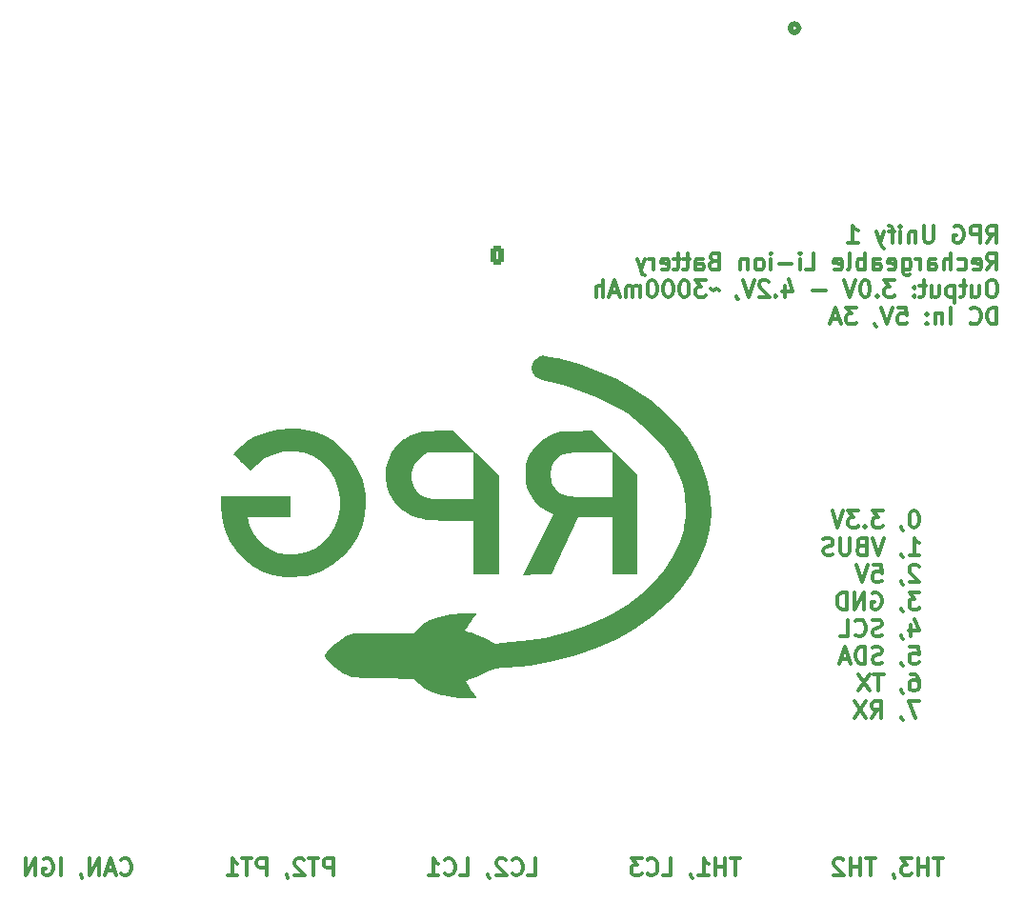
<source format=gbo>
G04 #@! TF.GenerationSoftware,KiCad,Pcbnew,8.0.4*
G04 #@! TF.CreationDate,2025-03-13T03:49:55-05:00*
G04 #@! TF.ProjectId,Unify_1,556e6966-795f-4312-9e6b-696361645f70,rev?*
G04 #@! TF.SameCoordinates,Original*
G04 #@! TF.FileFunction,Legend,Bot*
G04 #@! TF.FilePolarity,Positive*
%FSLAX46Y46*%
G04 Gerber Fmt 4.6, Leading zero omitted, Abs format (unit mm)*
G04 Created by KiCad (PCBNEW 8.0.4) date 2025-03-13 03:49:55*
%MOMM*%
%LPD*%
G01*
G04 APERTURE LIST*
G04 Aperture macros list*
%AMRoundRect*
0 Rectangle with rounded corners*
0 $1 Rounding radius*
0 $2 $3 $4 $5 $6 $7 $8 $9 X,Y pos of 4 corners*
0 Add a 4 corners polygon primitive as box body*
4,1,4,$2,$3,$4,$5,$6,$7,$8,$9,$2,$3,0*
0 Add four circle primitives for the rounded corners*
1,1,$1+$1,$2,$3*
1,1,$1+$1,$4,$5*
1,1,$1+$1,$6,$7*
1,1,$1+$1,$8,$9*
0 Add four rect primitives between the rounded corners*
20,1,$1+$1,$2,$3,$4,$5,0*
20,1,$1+$1,$4,$5,$6,$7,0*
20,1,$1+$1,$6,$7,$8,$9,0*
20,1,$1+$1,$8,$9,$2,$3,0*%
G04 Aperture macros list end*
%ADD10C,0.300000*%
%ADD11C,0.000000*%
%ADD12C,0.508000*%
%ADD13C,1.800000*%
%ADD14C,2.200000*%
%ADD15C,1.400000*%
%ADD16C,2.390000*%
%ADD17C,3.450000*%
%ADD18R,1.700000X1.700000*%
%ADD19O,1.700000X1.700000*%
%ADD20C,2.000000*%
%ADD21R,2.000000X2.000000*%
%ADD22C,1.600000*%
%ADD23C,3.300000*%
%ADD24O,1.000000X1.800000*%
%ADD25O,1.000000X2.100000*%
%ADD26C,0.650000*%
%ADD27O,1.200000X1.750000*%
%ADD28RoundRect,0.250000X0.350000X0.625000X-0.350000X0.625000X-0.350000X-0.625000X0.350000X-0.625000X0*%
%ADD29C,5.400000*%
G04 APERTURE END LIST*
D10*
X220659774Y-129300828D02*
X219802632Y-129300828D01*
X220231203Y-130800828D02*
X220231203Y-129300828D01*
X219302632Y-130800828D02*
X219302632Y-129300828D01*
X219302632Y-130015114D02*
X218445489Y-130015114D01*
X218445489Y-130800828D02*
X218445489Y-129300828D01*
X217874060Y-129300828D02*
X216945488Y-129300828D01*
X216945488Y-129300828D02*
X217445488Y-129872257D01*
X217445488Y-129872257D02*
X217231203Y-129872257D01*
X217231203Y-129872257D02*
X217088346Y-129943685D01*
X217088346Y-129943685D02*
X217016917Y-130015114D01*
X217016917Y-130015114D02*
X216945488Y-130157971D01*
X216945488Y-130157971D02*
X216945488Y-130515114D01*
X216945488Y-130515114D02*
X217016917Y-130657971D01*
X217016917Y-130657971D02*
X217088346Y-130729400D01*
X217088346Y-130729400D02*
X217231203Y-130800828D01*
X217231203Y-130800828D02*
X217659774Y-130800828D01*
X217659774Y-130800828D02*
X217802631Y-130729400D01*
X217802631Y-130729400D02*
X217874060Y-130657971D01*
X216231203Y-130729400D02*
X216231203Y-130800828D01*
X216231203Y-130800828D02*
X216302632Y-130943685D01*
X216302632Y-130943685D02*
X216374060Y-131015114D01*
X214659774Y-129300828D02*
X213802632Y-129300828D01*
X214231203Y-130800828D02*
X214231203Y-129300828D01*
X213302632Y-130800828D02*
X213302632Y-129300828D01*
X213302632Y-130015114D02*
X212445489Y-130015114D01*
X212445489Y-130800828D02*
X212445489Y-129300828D01*
X211802631Y-129443685D02*
X211731203Y-129372257D01*
X211731203Y-129372257D02*
X211588346Y-129300828D01*
X211588346Y-129300828D02*
X211231203Y-129300828D01*
X211231203Y-129300828D02*
X211088346Y-129372257D01*
X211088346Y-129372257D02*
X211016917Y-129443685D01*
X211016917Y-129443685D02*
X210945488Y-129586542D01*
X210945488Y-129586542D02*
X210945488Y-129729400D01*
X210945488Y-129729400D02*
X211016917Y-129943685D01*
X211016917Y-129943685D02*
X211874060Y-130800828D01*
X211874060Y-130800828D02*
X210945488Y-130800828D01*
X202659774Y-129300828D02*
X201802632Y-129300828D01*
X202231203Y-130800828D02*
X202231203Y-129300828D01*
X201302632Y-130800828D02*
X201302632Y-129300828D01*
X201302632Y-130015114D02*
X200445489Y-130015114D01*
X200445489Y-130800828D02*
X200445489Y-129300828D01*
X198945488Y-130800828D02*
X199802631Y-130800828D01*
X199374060Y-130800828D02*
X199374060Y-129300828D01*
X199374060Y-129300828D02*
X199516917Y-129515114D01*
X199516917Y-129515114D02*
X199659774Y-129657971D01*
X199659774Y-129657971D02*
X199802631Y-129729400D01*
X198231203Y-130729400D02*
X198231203Y-130800828D01*
X198231203Y-130800828D02*
X198302632Y-130943685D01*
X198302632Y-130943685D02*
X198374060Y-131015114D01*
X195731203Y-130800828D02*
X196445489Y-130800828D01*
X196445489Y-130800828D02*
X196445489Y-129300828D01*
X194374060Y-130657971D02*
X194445488Y-130729400D01*
X194445488Y-130729400D02*
X194659774Y-130800828D01*
X194659774Y-130800828D02*
X194802631Y-130800828D01*
X194802631Y-130800828D02*
X195016917Y-130729400D01*
X195016917Y-130729400D02*
X195159774Y-130586542D01*
X195159774Y-130586542D02*
X195231203Y-130443685D01*
X195231203Y-130443685D02*
X195302631Y-130157971D01*
X195302631Y-130157971D02*
X195302631Y-129943685D01*
X195302631Y-129943685D02*
X195231203Y-129657971D01*
X195231203Y-129657971D02*
X195159774Y-129515114D01*
X195159774Y-129515114D02*
X195016917Y-129372257D01*
X195016917Y-129372257D02*
X194802631Y-129300828D01*
X194802631Y-129300828D02*
X194659774Y-129300828D01*
X194659774Y-129300828D02*
X194445488Y-129372257D01*
X194445488Y-129372257D02*
X194374060Y-129443685D01*
X193874060Y-129300828D02*
X192945488Y-129300828D01*
X192945488Y-129300828D02*
X193445488Y-129872257D01*
X193445488Y-129872257D02*
X193231203Y-129872257D01*
X193231203Y-129872257D02*
X193088346Y-129943685D01*
X193088346Y-129943685D02*
X193016917Y-130015114D01*
X193016917Y-130015114D02*
X192945488Y-130157971D01*
X192945488Y-130157971D02*
X192945488Y-130515114D01*
X192945488Y-130515114D02*
X193016917Y-130657971D01*
X193016917Y-130657971D02*
X193088346Y-130729400D01*
X193088346Y-130729400D02*
X193231203Y-130800828D01*
X193231203Y-130800828D02*
X193659774Y-130800828D01*
X193659774Y-130800828D02*
X193802631Y-130729400D01*
X193802631Y-130729400D02*
X193874060Y-130657971D01*
X183731203Y-130800828D02*
X184445489Y-130800828D01*
X184445489Y-130800828D02*
X184445489Y-129300828D01*
X182374060Y-130657971D02*
X182445488Y-130729400D01*
X182445488Y-130729400D02*
X182659774Y-130800828D01*
X182659774Y-130800828D02*
X182802631Y-130800828D01*
X182802631Y-130800828D02*
X183016917Y-130729400D01*
X183016917Y-130729400D02*
X183159774Y-130586542D01*
X183159774Y-130586542D02*
X183231203Y-130443685D01*
X183231203Y-130443685D02*
X183302631Y-130157971D01*
X183302631Y-130157971D02*
X183302631Y-129943685D01*
X183302631Y-129943685D02*
X183231203Y-129657971D01*
X183231203Y-129657971D02*
X183159774Y-129515114D01*
X183159774Y-129515114D02*
X183016917Y-129372257D01*
X183016917Y-129372257D02*
X182802631Y-129300828D01*
X182802631Y-129300828D02*
X182659774Y-129300828D01*
X182659774Y-129300828D02*
X182445488Y-129372257D01*
X182445488Y-129372257D02*
X182374060Y-129443685D01*
X181802631Y-129443685D02*
X181731203Y-129372257D01*
X181731203Y-129372257D02*
X181588346Y-129300828D01*
X181588346Y-129300828D02*
X181231203Y-129300828D01*
X181231203Y-129300828D02*
X181088346Y-129372257D01*
X181088346Y-129372257D02*
X181016917Y-129443685D01*
X181016917Y-129443685D02*
X180945488Y-129586542D01*
X180945488Y-129586542D02*
X180945488Y-129729400D01*
X180945488Y-129729400D02*
X181016917Y-129943685D01*
X181016917Y-129943685D02*
X181874060Y-130800828D01*
X181874060Y-130800828D02*
X180945488Y-130800828D01*
X180231203Y-130729400D02*
X180231203Y-130800828D01*
X180231203Y-130800828D02*
X180302632Y-130943685D01*
X180302632Y-130943685D02*
X180374060Y-131015114D01*
X177731203Y-130800828D02*
X178445489Y-130800828D01*
X178445489Y-130800828D02*
X178445489Y-129300828D01*
X176374060Y-130657971D02*
X176445488Y-130729400D01*
X176445488Y-130729400D02*
X176659774Y-130800828D01*
X176659774Y-130800828D02*
X176802631Y-130800828D01*
X176802631Y-130800828D02*
X177016917Y-130729400D01*
X177016917Y-130729400D02*
X177159774Y-130586542D01*
X177159774Y-130586542D02*
X177231203Y-130443685D01*
X177231203Y-130443685D02*
X177302631Y-130157971D01*
X177302631Y-130157971D02*
X177302631Y-129943685D01*
X177302631Y-129943685D02*
X177231203Y-129657971D01*
X177231203Y-129657971D02*
X177159774Y-129515114D01*
X177159774Y-129515114D02*
X177016917Y-129372257D01*
X177016917Y-129372257D02*
X176802631Y-129300828D01*
X176802631Y-129300828D02*
X176659774Y-129300828D01*
X176659774Y-129300828D02*
X176445488Y-129372257D01*
X176445488Y-129372257D02*
X176374060Y-129443685D01*
X174945488Y-130800828D02*
X175802631Y-130800828D01*
X175374060Y-130800828D02*
X175374060Y-129300828D01*
X175374060Y-129300828D02*
X175516917Y-129515114D01*
X175516917Y-129515114D02*
X175659774Y-129657971D01*
X175659774Y-129657971D02*
X175802631Y-129729400D01*
X166445489Y-130800828D02*
X166445489Y-129300828D01*
X166445489Y-129300828D02*
X165874060Y-129300828D01*
X165874060Y-129300828D02*
X165731203Y-129372257D01*
X165731203Y-129372257D02*
X165659774Y-129443685D01*
X165659774Y-129443685D02*
X165588346Y-129586542D01*
X165588346Y-129586542D02*
X165588346Y-129800828D01*
X165588346Y-129800828D02*
X165659774Y-129943685D01*
X165659774Y-129943685D02*
X165731203Y-130015114D01*
X165731203Y-130015114D02*
X165874060Y-130086542D01*
X165874060Y-130086542D02*
X166445489Y-130086542D01*
X165159774Y-129300828D02*
X164302632Y-129300828D01*
X164731203Y-130800828D02*
X164731203Y-129300828D01*
X163874060Y-129443685D02*
X163802632Y-129372257D01*
X163802632Y-129372257D02*
X163659775Y-129300828D01*
X163659775Y-129300828D02*
X163302632Y-129300828D01*
X163302632Y-129300828D02*
X163159775Y-129372257D01*
X163159775Y-129372257D02*
X163088346Y-129443685D01*
X163088346Y-129443685D02*
X163016917Y-129586542D01*
X163016917Y-129586542D02*
X163016917Y-129729400D01*
X163016917Y-129729400D02*
X163088346Y-129943685D01*
X163088346Y-129943685D02*
X163945489Y-130800828D01*
X163945489Y-130800828D02*
X163016917Y-130800828D01*
X162302632Y-130729400D02*
X162302632Y-130800828D01*
X162302632Y-130800828D02*
X162374061Y-130943685D01*
X162374061Y-130943685D02*
X162445489Y-131015114D01*
X160516918Y-130800828D02*
X160516918Y-129300828D01*
X160516918Y-129300828D02*
X159945489Y-129300828D01*
X159945489Y-129300828D02*
X159802632Y-129372257D01*
X159802632Y-129372257D02*
X159731203Y-129443685D01*
X159731203Y-129443685D02*
X159659775Y-129586542D01*
X159659775Y-129586542D02*
X159659775Y-129800828D01*
X159659775Y-129800828D02*
X159731203Y-129943685D01*
X159731203Y-129943685D02*
X159802632Y-130015114D01*
X159802632Y-130015114D02*
X159945489Y-130086542D01*
X159945489Y-130086542D02*
X160516918Y-130086542D01*
X159231203Y-129300828D02*
X158374061Y-129300828D01*
X158802632Y-130800828D02*
X158802632Y-129300828D01*
X157088346Y-130800828D02*
X157945489Y-130800828D01*
X157516918Y-130800828D02*
X157516918Y-129300828D01*
X157516918Y-129300828D02*
X157659775Y-129515114D01*
X157659775Y-129515114D02*
X157802632Y-129657971D01*
X157802632Y-129657971D02*
X157945489Y-129729400D01*
X147588346Y-130657971D02*
X147659774Y-130729400D01*
X147659774Y-130729400D02*
X147874060Y-130800828D01*
X147874060Y-130800828D02*
X148016917Y-130800828D01*
X148016917Y-130800828D02*
X148231203Y-130729400D01*
X148231203Y-130729400D02*
X148374060Y-130586542D01*
X148374060Y-130586542D02*
X148445489Y-130443685D01*
X148445489Y-130443685D02*
X148516917Y-130157971D01*
X148516917Y-130157971D02*
X148516917Y-129943685D01*
X148516917Y-129943685D02*
X148445489Y-129657971D01*
X148445489Y-129657971D02*
X148374060Y-129515114D01*
X148374060Y-129515114D02*
X148231203Y-129372257D01*
X148231203Y-129372257D02*
X148016917Y-129300828D01*
X148016917Y-129300828D02*
X147874060Y-129300828D01*
X147874060Y-129300828D02*
X147659774Y-129372257D01*
X147659774Y-129372257D02*
X147588346Y-129443685D01*
X147016917Y-130372257D02*
X146302632Y-130372257D01*
X147159774Y-130800828D02*
X146659774Y-129300828D01*
X146659774Y-129300828D02*
X146159774Y-130800828D01*
X145659775Y-130800828D02*
X145659775Y-129300828D01*
X145659775Y-129300828D02*
X144802632Y-130800828D01*
X144802632Y-130800828D02*
X144802632Y-129300828D01*
X144016917Y-130729400D02*
X144016917Y-130800828D01*
X144016917Y-130800828D02*
X144088346Y-130943685D01*
X144088346Y-130943685D02*
X144159774Y-131015114D01*
X142231203Y-130800828D02*
X142231203Y-129300828D01*
X140731202Y-129372257D02*
X140874060Y-129300828D01*
X140874060Y-129300828D02*
X141088345Y-129300828D01*
X141088345Y-129300828D02*
X141302631Y-129372257D01*
X141302631Y-129372257D02*
X141445488Y-129515114D01*
X141445488Y-129515114D02*
X141516917Y-129657971D01*
X141516917Y-129657971D02*
X141588345Y-129943685D01*
X141588345Y-129943685D02*
X141588345Y-130157971D01*
X141588345Y-130157971D02*
X141516917Y-130443685D01*
X141516917Y-130443685D02*
X141445488Y-130586542D01*
X141445488Y-130586542D02*
X141302631Y-130729400D01*
X141302631Y-130729400D02*
X141088345Y-130800828D01*
X141088345Y-130800828D02*
X140945488Y-130800828D01*
X140945488Y-130800828D02*
X140731202Y-130729400D01*
X140731202Y-130729400D02*
X140659774Y-130657971D01*
X140659774Y-130657971D02*
X140659774Y-130157971D01*
X140659774Y-130157971D02*
X140945488Y-130157971D01*
X140016917Y-130800828D02*
X140016917Y-129300828D01*
X140016917Y-129300828D02*
X139159774Y-130800828D01*
X139159774Y-130800828D02*
X139159774Y-129300828D01*
X218159774Y-98396416D02*
X218016917Y-98396416D01*
X218016917Y-98396416D02*
X217874060Y-98467845D01*
X217874060Y-98467845D02*
X217802632Y-98539273D01*
X217802632Y-98539273D02*
X217731203Y-98682130D01*
X217731203Y-98682130D02*
X217659774Y-98967845D01*
X217659774Y-98967845D02*
X217659774Y-99324988D01*
X217659774Y-99324988D02*
X217731203Y-99610702D01*
X217731203Y-99610702D02*
X217802632Y-99753559D01*
X217802632Y-99753559D02*
X217874060Y-99824988D01*
X217874060Y-99824988D02*
X218016917Y-99896416D01*
X218016917Y-99896416D02*
X218159774Y-99896416D01*
X218159774Y-99896416D02*
X218302632Y-99824988D01*
X218302632Y-99824988D02*
X218374060Y-99753559D01*
X218374060Y-99753559D02*
X218445489Y-99610702D01*
X218445489Y-99610702D02*
X218516917Y-99324988D01*
X218516917Y-99324988D02*
X218516917Y-98967845D01*
X218516917Y-98967845D02*
X218445489Y-98682130D01*
X218445489Y-98682130D02*
X218374060Y-98539273D01*
X218374060Y-98539273D02*
X218302632Y-98467845D01*
X218302632Y-98467845D02*
X218159774Y-98396416D01*
X216945489Y-99824988D02*
X216945489Y-99896416D01*
X216945489Y-99896416D02*
X217016918Y-100039273D01*
X217016918Y-100039273D02*
X217088346Y-100110702D01*
X215302632Y-98396416D02*
X214374060Y-98396416D01*
X214374060Y-98396416D02*
X214874060Y-98967845D01*
X214874060Y-98967845D02*
X214659775Y-98967845D01*
X214659775Y-98967845D02*
X214516918Y-99039273D01*
X214516918Y-99039273D02*
X214445489Y-99110702D01*
X214445489Y-99110702D02*
X214374060Y-99253559D01*
X214374060Y-99253559D02*
X214374060Y-99610702D01*
X214374060Y-99610702D02*
X214445489Y-99753559D01*
X214445489Y-99753559D02*
X214516918Y-99824988D01*
X214516918Y-99824988D02*
X214659775Y-99896416D01*
X214659775Y-99896416D02*
X215088346Y-99896416D01*
X215088346Y-99896416D02*
X215231203Y-99824988D01*
X215231203Y-99824988D02*
X215302632Y-99753559D01*
X213731204Y-99753559D02*
X213659775Y-99824988D01*
X213659775Y-99824988D02*
X213731204Y-99896416D01*
X213731204Y-99896416D02*
X213802632Y-99824988D01*
X213802632Y-99824988D02*
X213731204Y-99753559D01*
X213731204Y-99753559D02*
X213731204Y-99896416D01*
X213159775Y-98396416D02*
X212231203Y-98396416D01*
X212231203Y-98396416D02*
X212731203Y-98967845D01*
X212731203Y-98967845D02*
X212516918Y-98967845D01*
X212516918Y-98967845D02*
X212374061Y-99039273D01*
X212374061Y-99039273D02*
X212302632Y-99110702D01*
X212302632Y-99110702D02*
X212231203Y-99253559D01*
X212231203Y-99253559D02*
X212231203Y-99610702D01*
X212231203Y-99610702D02*
X212302632Y-99753559D01*
X212302632Y-99753559D02*
X212374061Y-99824988D01*
X212374061Y-99824988D02*
X212516918Y-99896416D01*
X212516918Y-99896416D02*
X212945489Y-99896416D01*
X212945489Y-99896416D02*
X213088346Y-99824988D01*
X213088346Y-99824988D02*
X213159775Y-99753559D01*
X211802632Y-98396416D02*
X211302632Y-99896416D01*
X211302632Y-99896416D02*
X210802632Y-98396416D01*
X217659774Y-102311332D02*
X218516917Y-102311332D01*
X218088346Y-102311332D02*
X218088346Y-100811332D01*
X218088346Y-100811332D02*
X218231203Y-101025618D01*
X218231203Y-101025618D02*
X218374060Y-101168475D01*
X218374060Y-101168475D02*
X218516917Y-101239904D01*
X216945489Y-102239904D02*
X216945489Y-102311332D01*
X216945489Y-102311332D02*
X217016918Y-102454189D01*
X217016918Y-102454189D02*
X217088346Y-102525618D01*
X215374060Y-100811332D02*
X214874060Y-102311332D01*
X214874060Y-102311332D02*
X214374060Y-100811332D01*
X213374061Y-101525618D02*
X213159775Y-101597046D01*
X213159775Y-101597046D02*
X213088346Y-101668475D01*
X213088346Y-101668475D02*
X213016918Y-101811332D01*
X213016918Y-101811332D02*
X213016918Y-102025618D01*
X213016918Y-102025618D02*
X213088346Y-102168475D01*
X213088346Y-102168475D02*
X213159775Y-102239904D01*
X213159775Y-102239904D02*
X213302632Y-102311332D01*
X213302632Y-102311332D02*
X213874061Y-102311332D01*
X213874061Y-102311332D02*
X213874061Y-100811332D01*
X213874061Y-100811332D02*
X213374061Y-100811332D01*
X213374061Y-100811332D02*
X213231204Y-100882761D01*
X213231204Y-100882761D02*
X213159775Y-100954189D01*
X213159775Y-100954189D02*
X213088346Y-101097046D01*
X213088346Y-101097046D02*
X213088346Y-101239904D01*
X213088346Y-101239904D02*
X213159775Y-101382761D01*
X213159775Y-101382761D02*
X213231204Y-101454189D01*
X213231204Y-101454189D02*
X213374061Y-101525618D01*
X213374061Y-101525618D02*
X213874061Y-101525618D01*
X212374061Y-100811332D02*
X212374061Y-102025618D01*
X212374061Y-102025618D02*
X212302632Y-102168475D01*
X212302632Y-102168475D02*
X212231204Y-102239904D01*
X212231204Y-102239904D02*
X212088346Y-102311332D01*
X212088346Y-102311332D02*
X211802632Y-102311332D01*
X211802632Y-102311332D02*
X211659775Y-102239904D01*
X211659775Y-102239904D02*
X211588346Y-102168475D01*
X211588346Y-102168475D02*
X211516918Y-102025618D01*
X211516918Y-102025618D02*
X211516918Y-100811332D01*
X210874060Y-102239904D02*
X210659775Y-102311332D01*
X210659775Y-102311332D02*
X210302632Y-102311332D01*
X210302632Y-102311332D02*
X210159775Y-102239904D01*
X210159775Y-102239904D02*
X210088346Y-102168475D01*
X210088346Y-102168475D02*
X210016917Y-102025618D01*
X210016917Y-102025618D02*
X210016917Y-101882761D01*
X210016917Y-101882761D02*
X210088346Y-101739904D01*
X210088346Y-101739904D02*
X210159775Y-101668475D01*
X210159775Y-101668475D02*
X210302632Y-101597046D01*
X210302632Y-101597046D02*
X210588346Y-101525618D01*
X210588346Y-101525618D02*
X210731203Y-101454189D01*
X210731203Y-101454189D02*
X210802632Y-101382761D01*
X210802632Y-101382761D02*
X210874060Y-101239904D01*
X210874060Y-101239904D02*
X210874060Y-101097046D01*
X210874060Y-101097046D02*
X210802632Y-100954189D01*
X210802632Y-100954189D02*
X210731203Y-100882761D01*
X210731203Y-100882761D02*
X210588346Y-100811332D01*
X210588346Y-100811332D02*
X210231203Y-100811332D01*
X210231203Y-100811332D02*
X210016917Y-100882761D01*
X218516917Y-103369105D02*
X218445489Y-103297677D01*
X218445489Y-103297677D02*
X218302632Y-103226248D01*
X218302632Y-103226248D02*
X217945489Y-103226248D01*
X217945489Y-103226248D02*
X217802632Y-103297677D01*
X217802632Y-103297677D02*
X217731203Y-103369105D01*
X217731203Y-103369105D02*
X217659774Y-103511962D01*
X217659774Y-103511962D02*
X217659774Y-103654820D01*
X217659774Y-103654820D02*
X217731203Y-103869105D01*
X217731203Y-103869105D02*
X218588346Y-104726248D01*
X218588346Y-104726248D02*
X217659774Y-104726248D01*
X216945489Y-104654820D02*
X216945489Y-104726248D01*
X216945489Y-104726248D02*
X217016918Y-104869105D01*
X217016918Y-104869105D02*
X217088346Y-104940534D01*
X214445489Y-103226248D02*
X215159775Y-103226248D01*
X215159775Y-103226248D02*
X215231203Y-103940534D01*
X215231203Y-103940534D02*
X215159775Y-103869105D01*
X215159775Y-103869105D02*
X215016918Y-103797677D01*
X215016918Y-103797677D02*
X214659775Y-103797677D01*
X214659775Y-103797677D02*
X214516918Y-103869105D01*
X214516918Y-103869105D02*
X214445489Y-103940534D01*
X214445489Y-103940534D02*
X214374060Y-104083391D01*
X214374060Y-104083391D02*
X214374060Y-104440534D01*
X214374060Y-104440534D02*
X214445489Y-104583391D01*
X214445489Y-104583391D02*
X214516918Y-104654820D01*
X214516918Y-104654820D02*
X214659775Y-104726248D01*
X214659775Y-104726248D02*
X215016918Y-104726248D01*
X215016918Y-104726248D02*
X215159775Y-104654820D01*
X215159775Y-104654820D02*
X215231203Y-104583391D01*
X213945489Y-103226248D02*
X213445489Y-104726248D01*
X213445489Y-104726248D02*
X212945489Y-103226248D01*
X218588346Y-105641164D02*
X217659774Y-105641164D01*
X217659774Y-105641164D02*
X218159774Y-106212593D01*
X218159774Y-106212593D02*
X217945489Y-106212593D01*
X217945489Y-106212593D02*
X217802632Y-106284021D01*
X217802632Y-106284021D02*
X217731203Y-106355450D01*
X217731203Y-106355450D02*
X217659774Y-106498307D01*
X217659774Y-106498307D02*
X217659774Y-106855450D01*
X217659774Y-106855450D02*
X217731203Y-106998307D01*
X217731203Y-106998307D02*
X217802632Y-107069736D01*
X217802632Y-107069736D02*
X217945489Y-107141164D01*
X217945489Y-107141164D02*
X218374060Y-107141164D01*
X218374060Y-107141164D02*
X218516917Y-107069736D01*
X218516917Y-107069736D02*
X218588346Y-106998307D01*
X216945489Y-107069736D02*
X216945489Y-107141164D01*
X216945489Y-107141164D02*
X217016918Y-107284021D01*
X217016918Y-107284021D02*
X217088346Y-107355450D01*
X214374060Y-105712593D02*
X214516918Y-105641164D01*
X214516918Y-105641164D02*
X214731203Y-105641164D01*
X214731203Y-105641164D02*
X214945489Y-105712593D01*
X214945489Y-105712593D02*
X215088346Y-105855450D01*
X215088346Y-105855450D02*
X215159775Y-105998307D01*
X215159775Y-105998307D02*
X215231203Y-106284021D01*
X215231203Y-106284021D02*
X215231203Y-106498307D01*
X215231203Y-106498307D02*
X215159775Y-106784021D01*
X215159775Y-106784021D02*
X215088346Y-106926878D01*
X215088346Y-106926878D02*
X214945489Y-107069736D01*
X214945489Y-107069736D02*
X214731203Y-107141164D01*
X214731203Y-107141164D02*
X214588346Y-107141164D01*
X214588346Y-107141164D02*
X214374060Y-107069736D01*
X214374060Y-107069736D02*
X214302632Y-106998307D01*
X214302632Y-106998307D02*
X214302632Y-106498307D01*
X214302632Y-106498307D02*
X214588346Y-106498307D01*
X213659775Y-107141164D02*
X213659775Y-105641164D01*
X213659775Y-105641164D02*
X212802632Y-107141164D01*
X212802632Y-107141164D02*
X212802632Y-105641164D01*
X212088346Y-107141164D02*
X212088346Y-105641164D01*
X212088346Y-105641164D02*
X211731203Y-105641164D01*
X211731203Y-105641164D02*
X211516917Y-105712593D01*
X211516917Y-105712593D02*
X211374060Y-105855450D01*
X211374060Y-105855450D02*
X211302631Y-105998307D01*
X211302631Y-105998307D02*
X211231203Y-106284021D01*
X211231203Y-106284021D02*
X211231203Y-106498307D01*
X211231203Y-106498307D02*
X211302631Y-106784021D01*
X211302631Y-106784021D02*
X211374060Y-106926878D01*
X211374060Y-106926878D02*
X211516917Y-107069736D01*
X211516917Y-107069736D02*
X211731203Y-107141164D01*
X211731203Y-107141164D02*
X212088346Y-107141164D01*
X217802632Y-108556080D02*
X217802632Y-109556080D01*
X218159774Y-107984652D02*
X218516917Y-109056080D01*
X218516917Y-109056080D02*
X217588346Y-109056080D01*
X216945489Y-109484652D02*
X216945489Y-109556080D01*
X216945489Y-109556080D02*
X217016918Y-109698937D01*
X217016918Y-109698937D02*
X217088346Y-109770366D01*
X215231203Y-109484652D02*
X215016918Y-109556080D01*
X215016918Y-109556080D02*
X214659775Y-109556080D01*
X214659775Y-109556080D02*
X214516918Y-109484652D01*
X214516918Y-109484652D02*
X214445489Y-109413223D01*
X214445489Y-109413223D02*
X214374060Y-109270366D01*
X214374060Y-109270366D02*
X214374060Y-109127509D01*
X214374060Y-109127509D02*
X214445489Y-108984652D01*
X214445489Y-108984652D02*
X214516918Y-108913223D01*
X214516918Y-108913223D02*
X214659775Y-108841794D01*
X214659775Y-108841794D02*
X214945489Y-108770366D01*
X214945489Y-108770366D02*
X215088346Y-108698937D01*
X215088346Y-108698937D02*
X215159775Y-108627509D01*
X215159775Y-108627509D02*
X215231203Y-108484652D01*
X215231203Y-108484652D02*
X215231203Y-108341794D01*
X215231203Y-108341794D02*
X215159775Y-108198937D01*
X215159775Y-108198937D02*
X215088346Y-108127509D01*
X215088346Y-108127509D02*
X214945489Y-108056080D01*
X214945489Y-108056080D02*
X214588346Y-108056080D01*
X214588346Y-108056080D02*
X214374060Y-108127509D01*
X212874061Y-109413223D02*
X212945489Y-109484652D01*
X212945489Y-109484652D02*
X213159775Y-109556080D01*
X213159775Y-109556080D02*
X213302632Y-109556080D01*
X213302632Y-109556080D02*
X213516918Y-109484652D01*
X213516918Y-109484652D02*
X213659775Y-109341794D01*
X213659775Y-109341794D02*
X213731204Y-109198937D01*
X213731204Y-109198937D02*
X213802632Y-108913223D01*
X213802632Y-108913223D02*
X213802632Y-108698937D01*
X213802632Y-108698937D02*
X213731204Y-108413223D01*
X213731204Y-108413223D02*
X213659775Y-108270366D01*
X213659775Y-108270366D02*
X213516918Y-108127509D01*
X213516918Y-108127509D02*
X213302632Y-108056080D01*
X213302632Y-108056080D02*
X213159775Y-108056080D01*
X213159775Y-108056080D02*
X212945489Y-108127509D01*
X212945489Y-108127509D02*
X212874061Y-108198937D01*
X211516918Y-109556080D02*
X212231204Y-109556080D01*
X212231204Y-109556080D02*
X212231204Y-108056080D01*
X217731203Y-110470996D02*
X218445489Y-110470996D01*
X218445489Y-110470996D02*
X218516917Y-111185282D01*
X218516917Y-111185282D02*
X218445489Y-111113853D01*
X218445489Y-111113853D02*
X218302632Y-111042425D01*
X218302632Y-111042425D02*
X217945489Y-111042425D01*
X217945489Y-111042425D02*
X217802632Y-111113853D01*
X217802632Y-111113853D02*
X217731203Y-111185282D01*
X217731203Y-111185282D02*
X217659774Y-111328139D01*
X217659774Y-111328139D02*
X217659774Y-111685282D01*
X217659774Y-111685282D02*
X217731203Y-111828139D01*
X217731203Y-111828139D02*
X217802632Y-111899568D01*
X217802632Y-111899568D02*
X217945489Y-111970996D01*
X217945489Y-111970996D02*
X218302632Y-111970996D01*
X218302632Y-111970996D02*
X218445489Y-111899568D01*
X218445489Y-111899568D02*
X218516917Y-111828139D01*
X216945489Y-111899568D02*
X216945489Y-111970996D01*
X216945489Y-111970996D02*
X217016918Y-112113853D01*
X217016918Y-112113853D02*
X217088346Y-112185282D01*
X215231203Y-111899568D02*
X215016918Y-111970996D01*
X215016918Y-111970996D02*
X214659775Y-111970996D01*
X214659775Y-111970996D02*
X214516918Y-111899568D01*
X214516918Y-111899568D02*
X214445489Y-111828139D01*
X214445489Y-111828139D02*
X214374060Y-111685282D01*
X214374060Y-111685282D02*
X214374060Y-111542425D01*
X214374060Y-111542425D02*
X214445489Y-111399568D01*
X214445489Y-111399568D02*
X214516918Y-111328139D01*
X214516918Y-111328139D02*
X214659775Y-111256710D01*
X214659775Y-111256710D02*
X214945489Y-111185282D01*
X214945489Y-111185282D02*
X215088346Y-111113853D01*
X215088346Y-111113853D02*
X215159775Y-111042425D01*
X215159775Y-111042425D02*
X215231203Y-110899568D01*
X215231203Y-110899568D02*
X215231203Y-110756710D01*
X215231203Y-110756710D02*
X215159775Y-110613853D01*
X215159775Y-110613853D02*
X215088346Y-110542425D01*
X215088346Y-110542425D02*
X214945489Y-110470996D01*
X214945489Y-110470996D02*
X214588346Y-110470996D01*
X214588346Y-110470996D02*
X214374060Y-110542425D01*
X213731204Y-111970996D02*
X213731204Y-110470996D01*
X213731204Y-110470996D02*
X213374061Y-110470996D01*
X213374061Y-110470996D02*
X213159775Y-110542425D01*
X213159775Y-110542425D02*
X213016918Y-110685282D01*
X213016918Y-110685282D02*
X212945489Y-110828139D01*
X212945489Y-110828139D02*
X212874061Y-111113853D01*
X212874061Y-111113853D02*
X212874061Y-111328139D01*
X212874061Y-111328139D02*
X212945489Y-111613853D01*
X212945489Y-111613853D02*
X213016918Y-111756710D01*
X213016918Y-111756710D02*
X213159775Y-111899568D01*
X213159775Y-111899568D02*
X213374061Y-111970996D01*
X213374061Y-111970996D02*
X213731204Y-111970996D01*
X212302632Y-111542425D02*
X211588347Y-111542425D01*
X212445489Y-111970996D02*
X211945489Y-110470996D01*
X211945489Y-110470996D02*
X211445489Y-111970996D01*
X217802632Y-112885912D02*
X218088346Y-112885912D01*
X218088346Y-112885912D02*
X218231203Y-112957341D01*
X218231203Y-112957341D02*
X218302632Y-113028769D01*
X218302632Y-113028769D02*
X218445489Y-113243055D01*
X218445489Y-113243055D02*
X218516917Y-113528769D01*
X218516917Y-113528769D02*
X218516917Y-114100198D01*
X218516917Y-114100198D02*
X218445489Y-114243055D01*
X218445489Y-114243055D02*
X218374060Y-114314484D01*
X218374060Y-114314484D02*
X218231203Y-114385912D01*
X218231203Y-114385912D02*
X217945489Y-114385912D01*
X217945489Y-114385912D02*
X217802632Y-114314484D01*
X217802632Y-114314484D02*
X217731203Y-114243055D01*
X217731203Y-114243055D02*
X217659774Y-114100198D01*
X217659774Y-114100198D02*
X217659774Y-113743055D01*
X217659774Y-113743055D02*
X217731203Y-113600198D01*
X217731203Y-113600198D02*
X217802632Y-113528769D01*
X217802632Y-113528769D02*
X217945489Y-113457341D01*
X217945489Y-113457341D02*
X218231203Y-113457341D01*
X218231203Y-113457341D02*
X218374060Y-113528769D01*
X218374060Y-113528769D02*
X218445489Y-113600198D01*
X218445489Y-113600198D02*
X218516917Y-113743055D01*
X216945489Y-114314484D02*
X216945489Y-114385912D01*
X216945489Y-114385912D02*
X217016918Y-114528769D01*
X217016918Y-114528769D02*
X217088346Y-114600198D01*
X215374060Y-112885912D02*
X214516918Y-112885912D01*
X214945489Y-114385912D02*
X214945489Y-112885912D01*
X214159775Y-112885912D02*
X213159775Y-114385912D01*
X213159775Y-112885912D02*
X214159775Y-114385912D01*
X218588346Y-115300828D02*
X217588346Y-115300828D01*
X217588346Y-115300828D02*
X218231203Y-116800828D01*
X216945489Y-116729400D02*
X216945489Y-116800828D01*
X216945489Y-116800828D02*
X217016918Y-116943685D01*
X217016918Y-116943685D02*
X217088346Y-117015114D01*
X214302632Y-116800828D02*
X214802632Y-116086542D01*
X215159775Y-116800828D02*
X215159775Y-115300828D01*
X215159775Y-115300828D02*
X214588346Y-115300828D01*
X214588346Y-115300828D02*
X214445489Y-115372257D01*
X214445489Y-115372257D02*
X214374060Y-115443685D01*
X214374060Y-115443685D02*
X214302632Y-115586542D01*
X214302632Y-115586542D02*
X214302632Y-115800828D01*
X214302632Y-115800828D02*
X214374060Y-115943685D01*
X214374060Y-115943685D02*
X214445489Y-116015114D01*
X214445489Y-116015114D02*
X214588346Y-116086542D01*
X214588346Y-116086542D02*
X215159775Y-116086542D01*
X213802632Y-115300828D02*
X212802632Y-116800828D01*
X212802632Y-115300828D02*
X213802632Y-116800828D01*
X224588346Y-74556080D02*
X225088346Y-73841794D01*
X225445489Y-74556080D02*
X225445489Y-73056080D01*
X225445489Y-73056080D02*
X224874060Y-73056080D01*
X224874060Y-73056080D02*
X224731203Y-73127509D01*
X224731203Y-73127509D02*
X224659774Y-73198937D01*
X224659774Y-73198937D02*
X224588346Y-73341794D01*
X224588346Y-73341794D02*
X224588346Y-73556080D01*
X224588346Y-73556080D02*
X224659774Y-73698937D01*
X224659774Y-73698937D02*
X224731203Y-73770366D01*
X224731203Y-73770366D02*
X224874060Y-73841794D01*
X224874060Y-73841794D02*
X225445489Y-73841794D01*
X223945489Y-74556080D02*
X223945489Y-73056080D01*
X223945489Y-73056080D02*
X223374060Y-73056080D01*
X223374060Y-73056080D02*
X223231203Y-73127509D01*
X223231203Y-73127509D02*
X223159774Y-73198937D01*
X223159774Y-73198937D02*
X223088346Y-73341794D01*
X223088346Y-73341794D02*
X223088346Y-73556080D01*
X223088346Y-73556080D02*
X223159774Y-73698937D01*
X223159774Y-73698937D02*
X223231203Y-73770366D01*
X223231203Y-73770366D02*
X223374060Y-73841794D01*
X223374060Y-73841794D02*
X223945489Y-73841794D01*
X221659774Y-73127509D02*
X221802632Y-73056080D01*
X221802632Y-73056080D02*
X222016917Y-73056080D01*
X222016917Y-73056080D02*
X222231203Y-73127509D01*
X222231203Y-73127509D02*
X222374060Y-73270366D01*
X222374060Y-73270366D02*
X222445489Y-73413223D01*
X222445489Y-73413223D02*
X222516917Y-73698937D01*
X222516917Y-73698937D02*
X222516917Y-73913223D01*
X222516917Y-73913223D02*
X222445489Y-74198937D01*
X222445489Y-74198937D02*
X222374060Y-74341794D01*
X222374060Y-74341794D02*
X222231203Y-74484652D01*
X222231203Y-74484652D02*
X222016917Y-74556080D01*
X222016917Y-74556080D02*
X221874060Y-74556080D01*
X221874060Y-74556080D02*
X221659774Y-74484652D01*
X221659774Y-74484652D02*
X221588346Y-74413223D01*
X221588346Y-74413223D02*
X221588346Y-73913223D01*
X221588346Y-73913223D02*
X221874060Y-73913223D01*
X219802632Y-73056080D02*
X219802632Y-74270366D01*
X219802632Y-74270366D02*
X219731203Y-74413223D01*
X219731203Y-74413223D02*
X219659775Y-74484652D01*
X219659775Y-74484652D02*
X219516917Y-74556080D01*
X219516917Y-74556080D02*
X219231203Y-74556080D01*
X219231203Y-74556080D02*
X219088346Y-74484652D01*
X219088346Y-74484652D02*
X219016917Y-74413223D01*
X219016917Y-74413223D02*
X218945489Y-74270366D01*
X218945489Y-74270366D02*
X218945489Y-73056080D01*
X218231203Y-73556080D02*
X218231203Y-74556080D01*
X218231203Y-73698937D02*
X218159774Y-73627509D01*
X218159774Y-73627509D02*
X218016917Y-73556080D01*
X218016917Y-73556080D02*
X217802631Y-73556080D01*
X217802631Y-73556080D02*
X217659774Y-73627509D01*
X217659774Y-73627509D02*
X217588346Y-73770366D01*
X217588346Y-73770366D02*
X217588346Y-74556080D01*
X216874060Y-74556080D02*
X216874060Y-73556080D01*
X216874060Y-73056080D02*
X216945488Y-73127509D01*
X216945488Y-73127509D02*
X216874060Y-73198937D01*
X216874060Y-73198937D02*
X216802631Y-73127509D01*
X216802631Y-73127509D02*
X216874060Y-73056080D01*
X216874060Y-73056080D02*
X216874060Y-73198937D01*
X216374059Y-73556080D02*
X215802631Y-73556080D01*
X216159774Y-74556080D02*
X216159774Y-73270366D01*
X216159774Y-73270366D02*
X216088345Y-73127509D01*
X216088345Y-73127509D02*
X215945488Y-73056080D01*
X215945488Y-73056080D02*
X215802631Y-73056080D01*
X215445488Y-73556080D02*
X215088345Y-74556080D01*
X214731202Y-73556080D02*
X215088345Y-74556080D01*
X215088345Y-74556080D02*
X215231202Y-74913223D01*
X215231202Y-74913223D02*
X215302631Y-74984652D01*
X215302631Y-74984652D02*
X215445488Y-75056080D01*
X212231202Y-74556080D02*
X213088345Y-74556080D01*
X212659774Y-74556080D02*
X212659774Y-73056080D01*
X212659774Y-73056080D02*
X212802631Y-73270366D01*
X212802631Y-73270366D02*
X212945488Y-73413223D01*
X212945488Y-73413223D02*
X213088345Y-73484652D01*
X224588346Y-76970996D02*
X225088346Y-76256710D01*
X225445489Y-76970996D02*
X225445489Y-75470996D01*
X225445489Y-75470996D02*
X224874060Y-75470996D01*
X224874060Y-75470996D02*
X224731203Y-75542425D01*
X224731203Y-75542425D02*
X224659774Y-75613853D01*
X224659774Y-75613853D02*
X224588346Y-75756710D01*
X224588346Y-75756710D02*
X224588346Y-75970996D01*
X224588346Y-75970996D02*
X224659774Y-76113853D01*
X224659774Y-76113853D02*
X224731203Y-76185282D01*
X224731203Y-76185282D02*
X224874060Y-76256710D01*
X224874060Y-76256710D02*
X225445489Y-76256710D01*
X223374060Y-76899568D02*
X223516917Y-76970996D01*
X223516917Y-76970996D02*
X223802632Y-76970996D01*
X223802632Y-76970996D02*
X223945489Y-76899568D01*
X223945489Y-76899568D02*
X224016917Y-76756710D01*
X224016917Y-76756710D02*
X224016917Y-76185282D01*
X224016917Y-76185282D02*
X223945489Y-76042425D01*
X223945489Y-76042425D02*
X223802632Y-75970996D01*
X223802632Y-75970996D02*
X223516917Y-75970996D01*
X223516917Y-75970996D02*
X223374060Y-76042425D01*
X223374060Y-76042425D02*
X223302632Y-76185282D01*
X223302632Y-76185282D02*
X223302632Y-76328139D01*
X223302632Y-76328139D02*
X224016917Y-76470996D01*
X222016918Y-76899568D02*
X222159775Y-76970996D01*
X222159775Y-76970996D02*
X222445489Y-76970996D01*
X222445489Y-76970996D02*
X222588346Y-76899568D01*
X222588346Y-76899568D02*
X222659775Y-76828139D01*
X222659775Y-76828139D02*
X222731203Y-76685282D01*
X222731203Y-76685282D02*
X222731203Y-76256710D01*
X222731203Y-76256710D02*
X222659775Y-76113853D01*
X222659775Y-76113853D02*
X222588346Y-76042425D01*
X222588346Y-76042425D02*
X222445489Y-75970996D01*
X222445489Y-75970996D02*
X222159775Y-75970996D01*
X222159775Y-75970996D02*
X222016918Y-76042425D01*
X221374061Y-76970996D02*
X221374061Y-75470996D01*
X220731204Y-76970996D02*
X220731204Y-76185282D01*
X220731204Y-76185282D02*
X220802632Y-76042425D01*
X220802632Y-76042425D02*
X220945489Y-75970996D01*
X220945489Y-75970996D02*
X221159775Y-75970996D01*
X221159775Y-75970996D02*
X221302632Y-76042425D01*
X221302632Y-76042425D02*
X221374061Y-76113853D01*
X219374061Y-76970996D02*
X219374061Y-76185282D01*
X219374061Y-76185282D02*
X219445489Y-76042425D01*
X219445489Y-76042425D02*
X219588346Y-75970996D01*
X219588346Y-75970996D02*
X219874061Y-75970996D01*
X219874061Y-75970996D02*
X220016918Y-76042425D01*
X219374061Y-76899568D02*
X219516918Y-76970996D01*
X219516918Y-76970996D02*
X219874061Y-76970996D01*
X219874061Y-76970996D02*
X220016918Y-76899568D01*
X220016918Y-76899568D02*
X220088346Y-76756710D01*
X220088346Y-76756710D02*
X220088346Y-76613853D01*
X220088346Y-76613853D02*
X220016918Y-76470996D01*
X220016918Y-76470996D02*
X219874061Y-76399568D01*
X219874061Y-76399568D02*
X219516918Y-76399568D01*
X219516918Y-76399568D02*
X219374061Y-76328139D01*
X218659775Y-76970996D02*
X218659775Y-75970996D01*
X218659775Y-76256710D02*
X218588346Y-76113853D01*
X218588346Y-76113853D02*
X218516918Y-76042425D01*
X218516918Y-76042425D02*
X218374060Y-75970996D01*
X218374060Y-75970996D02*
X218231203Y-75970996D01*
X217088347Y-75970996D02*
X217088347Y-77185282D01*
X217088347Y-77185282D02*
X217159775Y-77328139D01*
X217159775Y-77328139D02*
X217231204Y-77399568D01*
X217231204Y-77399568D02*
X217374061Y-77470996D01*
X217374061Y-77470996D02*
X217588347Y-77470996D01*
X217588347Y-77470996D02*
X217731204Y-77399568D01*
X217088347Y-76899568D02*
X217231204Y-76970996D01*
X217231204Y-76970996D02*
X217516918Y-76970996D01*
X217516918Y-76970996D02*
X217659775Y-76899568D01*
X217659775Y-76899568D02*
X217731204Y-76828139D01*
X217731204Y-76828139D02*
X217802632Y-76685282D01*
X217802632Y-76685282D02*
X217802632Y-76256710D01*
X217802632Y-76256710D02*
X217731204Y-76113853D01*
X217731204Y-76113853D02*
X217659775Y-76042425D01*
X217659775Y-76042425D02*
X217516918Y-75970996D01*
X217516918Y-75970996D02*
X217231204Y-75970996D01*
X217231204Y-75970996D02*
X217088347Y-76042425D01*
X215802632Y-76899568D02*
X215945489Y-76970996D01*
X215945489Y-76970996D02*
X216231204Y-76970996D01*
X216231204Y-76970996D02*
X216374061Y-76899568D01*
X216374061Y-76899568D02*
X216445489Y-76756710D01*
X216445489Y-76756710D02*
X216445489Y-76185282D01*
X216445489Y-76185282D02*
X216374061Y-76042425D01*
X216374061Y-76042425D02*
X216231204Y-75970996D01*
X216231204Y-75970996D02*
X215945489Y-75970996D01*
X215945489Y-75970996D02*
X215802632Y-76042425D01*
X215802632Y-76042425D02*
X215731204Y-76185282D01*
X215731204Y-76185282D02*
X215731204Y-76328139D01*
X215731204Y-76328139D02*
X216445489Y-76470996D01*
X214445490Y-76970996D02*
X214445490Y-76185282D01*
X214445490Y-76185282D02*
X214516918Y-76042425D01*
X214516918Y-76042425D02*
X214659775Y-75970996D01*
X214659775Y-75970996D02*
X214945490Y-75970996D01*
X214945490Y-75970996D02*
X215088347Y-76042425D01*
X214445490Y-76899568D02*
X214588347Y-76970996D01*
X214588347Y-76970996D02*
X214945490Y-76970996D01*
X214945490Y-76970996D02*
X215088347Y-76899568D01*
X215088347Y-76899568D02*
X215159775Y-76756710D01*
X215159775Y-76756710D02*
X215159775Y-76613853D01*
X215159775Y-76613853D02*
X215088347Y-76470996D01*
X215088347Y-76470996D02*
X214945490Y-76399568D01*
X214945490Y-76399568D02*
X214588347Y-76399568D01*
X214588347Y-76399568D02*
X214445490Y-76328139D01*
X213731204Y-76970996D02*
X213731204Y-75470996D01*
X213731204Y-76042425D02*
X213588347Y-75970996D01*
X213588347Y-75970996D02*
X213302632Y-75970996D01*
X213302632Y-75970996D02*
X213159775Y-76042425D01*
X213159775Y-76042425D02*
X213088347Y-76113853D01*
X213088347Y-76113853D02*
X213016918Y-76256710D01*
X213016918Y-76256710D02*
X213016918Y-76685282D01*
X213016918Y-76685282D02*
X213088347Y-76828139D01*
X213088347Y-76828139D02*
X213159775Y-76899568D01*
X213159775Y-76899568D02*
X213302632Y-76970996D01*
X213302632Y-76970996D02*
X213588347Y-76970996D01*
X213588347Y-76970996D02*
X213731204Y-76899568D01*
X212159775Y-76970996D02*
X212302632Y-76899568D01*
X212302632Y-76899568D02*
X212374061Y-76756710D01*
X212374061Y-76756710D02*
X212374061Y-75470996D01*
X211016918Y-76899568D02*
X211159775Y-76970996D01*
X211159775Y-76970996D02*
X211445490Y-76970996D01*
X211445490Y-76970996D02*
X211588347Y-76899568D01*
X211588347Y-76899568D02*
X211659775Y-76756710D01*
X211659775Y-76756710D02*
X211659775Y-76185282D01*
X211659775Y-76185282D02*
X211588347Y-76042425D01*
X211588347Y-76042425D02*
X211445490Y-75970996D01*
X211445490Y-75970996D02*
X211159775Y-75970996D01*
X211159775Y-75970996D02*
X211016918Y-76042425D01*
X211016918Y-76042425D02*
X210945490Y-76185282D01*
X210945490Y-76185282D02*
X210945490Y-76328139D01*
X210945490Y-76328139D02*
X211659775Y-76470996D01*
X208445490Y-76970996D02*
X209159776Y-76970996D01*
X209159776Y-76970996D02*
X209159776Y-75470996D01*
X207945490Y-76970996D02*
X207945490Y-75970996D01*
X207945490Y-75470996D02*
X208016918Y-75542425D01*
X208016918Y-75542425D02*
X207945490Y-75613853D01*
X207945490Y-75613853D02*
X207874061Y-75542425D01*
X207874061Y-75542425D02*
X207945490Y-75470996D01*
X207945490Y-75470996D02*
X207945490Y-75613853D01*
X207231204Y-76399568D02*
X206088347Y-76399568D01*
X205374061Y-76970996D02*
X205374061Y-75970996D01*
X205374061Y-75470996D02*
X205445489Y-75542425D01*
X205445489Y-75542425D02*
X205374061Y-75613853D01*
X205374061Y-75613853D02*
X205302632Y-75542425D01*
X205302632Y-75542425D02*
X205374061Y-75470996D01*
X205374061Y-75470996D02*
X205374061Y-75613853D01*
X204445489Y-76970996D02*
X204588346Y-76899568D01*
X204588346Y-76899568D02*
X204659775Y-76828139D01*
X204659775Y-76828139D02*
X204731203Y-76685282D01*
X204731203Y-76685282D02*
X204731203Y-76256710D01*
X204731203Y-76256710D02*
X204659775Y-76113853D01*
X204659775Y-76113853D02*
X204588346Y-76042425D01*
X204588346Y-76042425D02*
X204445489Y-75970996D01*
X204445489Y-75970996D02*
X204231203Y-75970996D01*
X204231203Y-75970996D02*
X204088346Y-76042425D01*
X204088346Y-76042425D02*
X204016918Y-76113853D01*
X204016918Y-76113853D02*
X203945489Y-76256710D01*
X203945489Y-76256710D02*
X203945489Y-76685282D01*
X203945489Y-76685282D02*
X204016918Y-76828139D01*
X204016918Y-76828139D02*
X204088346Y-76899568D01*
X204088346Y-76899568D02*
X204231203Y-76970996D01*
X204231203Y-76970996D02*
X204445489Y-76970996D01*
X203302632Y-75970996D02*
X203302632Y-76970996D01*
X203302632Y-76113853D02*
X203231203Y-76042425D01*
X203231203Y-76042425D02*
X203088346Y-75970996D01*
X203088346Y-75970996D02*
X202874060Y-75970996D01*
X202874060Y-75970996D02*
X202731203Y-76042425D01*
X202731203Y-76042425D02*
X202659775Y-76185282D01*
X202659775Y-76185282D02*
X202659775Y-76970996D01*
X200302632Y-76185282D02*
X200088346Y-76256710D01*
X200088346Y-76256710D02*
X200016917Y-76328139D01*
X200016917Y-76328139D02*
X199945489Y-76470996D01*
X199945489Y-76470996D02*
X199945489Y-76685282D01*
X199945489Y-76685282D02*
X200016917Y-76828139D01*
X200016917Y-76828139D02*
X200088346Y-76899568D01*
X200088346Y-76899568D02*
X200231203Y-76970996D01*
X200231203Y-76970996D02*
X200802632Y-76970996D01*
X200802632Y-76970996D02*
X200802632Y-75470996D01*
X200802632Y-75470996D02*
X200302632Y-75470996D01*
X200302632Y-75470996D02*
X200159775Y-75542425D01*
X200159775Y-75542425D02*
X200088346Y-75613853D01*
X200088346Y-75613853D02*
X200016917Y-75756710D01*
X200016917Y-75756710D02*
X200016917Y-75899568D01*
X200016917Y-75899568D02*
X200088346Y-76042425D01*
X200088346Y-76042425D02*
X200159775Y-76113853D01*
X200159775Y-76113853D02*
X200302632Y-76185282D01*
X200302632Y-76185282D02*
X200802632Y-76185282D01*
X198659775Y-76970996D02*
X198659775Y-76185282D01*
X198659775Y-76185282D02*
X198731203Y-76042425D01*
X198731203Y-76042425D02*
X198874060Y-75970996D01*
X198874060Y-75970996D02*
X199159775Y-75970996D01*
X199159775Y-75970996D02*
X199302632Y-76042425D01*
X198659775Y-76899568D02*
X198802632Y-76970996D01*
X198802632Y-76970996D02*
X199159775Y-76970996D01*
X199159775Y-76970996D02*
X199302632Y-76899568D01*
X199302632Y-76899568D02*
X199374060Y-76756710D01*
X199374060Y-76756710D02*
X199374060Y-76613853D01*
X199374060Y-76613853D02*
X199302632Y-76470996D01*
X199302632Y-76470996D02*
X199159775Y-76399568D01*
X199159775Y-76399568D02*
X198802632Y-76399568D01*
X198802632Y-76399568D02*
X198659775Y-76328139D01*
X198159774Y-75970996D02*
X197588346Y-75970996D01*
X197945489Y-75470996D02*
X197945489Y-76756710D01*
X197945489Y-76756710D02*
X197874060Y-76899568D01*
X197874060Y-76899568D02*
X197731203Y-76970996D01*
X197731203Y-76970996D02*
X197588346Y-76970996D01*
X197302631Y-75970996D02*
X196731203Y-75970996D01*
X197088346Y-75470996D02*
X197088346Y-76756710D01*
X197088346Y-76756710D02*
X197016917Y-76899568D01*
X197016917Y-76899568D02*
X196874060Y-76970996D01*
X196874060Y-76970996D02*
X196731203Y-76970996D01*
X195659774Y-76899568D02*
X195802631Y-76970996D01*
X195802631Y-76970996D02*
X196088346Y-76970996D01*
X196088346Y-76970996D02*
X196231203Y-76899568D01*
X196231203Y-76899568D02*
X196302631Y-76756710D01*
X196302631Y-76756710D02*
X196302631Y-76185282D01*
X196302631Y-76185282D02*
X196231203Y-76042425D01*
X196231203Y-76042425D02*
X196088346Y-75970996D01*
X196088346Y-75970996D02*
X195802631Y-75970996D01*
X195802631Y-75970996D02*
X195659774Y-76042425D01*
X195659774Y-76042425D02*
X195588346Y-76185282D01*
X195588346Y-76185282D02*
X195588346Y-76328139D01*
X195588346Y-76328139D02*
X196302631Y-76470996D01*
X194945489Y-76970996D02*
X194945489Y-75970996D01*
X194945489Y-76256710D02*
X194874060Y-76113853D01*
X194874060Y-76113853D02*
X194802632Y-76042425D01*
X194802632Y-76042425D02*
X194659774Y-75970996D01*
X194659774Y-75970996D02*
X194516917Y-75970996D01*
X194159775Y-75970996D02*
X193802632Y-76970996D01*
X193445489Y-75970996D02*
X193802632Y-76970996D01*
X193802632Y-76970996D02*
X193945489Y-77328139D01*
X193945489Y-77328139D02*
X194016918Y-77399568D01*
X194016918Y-77399568D02*
X194159775Y-77470996D01*
X225159774Y-77885912D02*
X224874060Y-77885912D01*
X224874060Y-77885912D02*
X224731203Y-77957341D01*
X224731203Y-77957341D02*
X224588346Y-78100198D01*
X224588346Y-78100198D02*
X224516917Y-78385912D01*
X224516917Y-78385912D02*
X224516917Y-78885912D01*
X224516917Y-78885912D02*
X224588346Y-79171626D01*
X224588346Y-79171626D02*
X224731203Y-79314484D01*
X224731203Y-79314484D02*
X224874060Y-79385912D01*
X224874060Y-79385912D02*
X225159774Y-79385912D01*
X225159774Y-79385912D02*
X225302632Y-79314484D01*
X225302632Y-79314484D02*
X225445489Y-79171626D01*
X225445489Y-79171626D02*
X225516917Y-78885912D01*
X225516917Y-78885912D02*
X225516917Y-78385912D01*
X225516917Y-78385912D02*
X225445489Y-78100198D01*
X225445489Y-78100198D02*
X225302632Y-77957341D01*
X225302632Y-77957341D02*
X225159774Y-77885912D01*
X223231203Y-78385912D02*
X223231203Y-79385912D01*
X223874060Y-78385912D02*
X223874060Y-79171626D01*
X223874060Y-79171626D02*
X223802631Y-79314484D01*
X223802631Y-79314484D02*
X223659774Y-79385912D01*
X223659774Y-79385912D02*
X223445488Y-79385912D01*
X223445488Y-79385912D02*
X223302631Y-79314484D01*
X223302631Y-79314484D02*
X223231203Y-79243055D01*
X222731202Y-78385912D02*
X222159774Y-78385912D01*
X222516917Y-77885912D02*
X222516917Y-79171626D01*
X222516917Y-79171626D02*
X222445488Y-79314484D01*
X222445488Y-79314484D02*
X222302631Y-79385912D01*
X222302631Y-79385912D02*
X222159774Y-79385912D01*
X221659774Y-78385912D02*
X221659774Y-79885912D01*
X221659774Y-78457341D02*
X221516917Y-78385912D01*
X221516917Y-78385912D02*
X221231202Y-78385912D01*
X221231202Y-78385912D02*
X221088345Y-78457341D01*
X221088345Y-78457341D02*
X221016917Y-78528769D01*
X221016917Y-78528769D02*
X220945488Y-78671626D01*
X220945488Y-78671626D02*
X220945488Y-79100198D01*
X220945488Y-79100198D02*
X221016917Y-79243055D01*
X221016917Y-79243055D02*
X221088345Y-79314484D01*
X221088345Y-79314484D02*
X221231202Y-79385912D01*
X221231202Y-79385912D02*
X221516917Y-79385912D01*
X221516917Y-79385912D02*
X221659774Y-79314484D01*
X219659774Y-78385912D02*
X219659774Y-79385912D01*
X220302631Y-78385912D02*
X220302631Y-79171626D01*
X220302631Y-79171626D02*
X220231202Y-79314484D01*
X220231202Y-79314484D02*
X220088345Y-79385912D01*
X220088345Y-79385912D02*
X219874059Y-79385912D01*
X219874059Y-79385912D02*
X219731202Y-79314484D01*
X219731202Y-79314484D02*
X219659774Y-79243055D01*
X219159773Y-78385912D02*
X218588345Y-78385912D01*
X218945488Y-77885912D02*
X218945488Y-79171626D01*
X218945488Y-79171626D02*
X218874059Y-79314484D01*
X218874059Y-79314484D02*
X218731202Y-79385912D01*
X218731202Y-79385912D02*
X218588345Y-79385912D01*
X218088345Y-79243055D02*
X218016916Y-79314484D01*
X218016916Y-79314484D02*
X218088345Y-79385912D01*
X218088345Y-79385912D02*
X218159773Y-79314484D01*
X218159773Y-79314484D02*
X218088345Y-79243055D01*
X218088345Y-79243055D02*
X218088345Y-79385912D01*
X218088345Y-78457341D02*
X218016916Y-78528769D01*
X218016916Y-78528769D02*
X218088345Y-78600198D01*
X218088345Y-78600198D02*
X218159773Y-78528769D01*
X218159773Y-78528769D02*
X218088345Y-78457341D01*
X218088345Y-78457341D02*
X218088345Y-78600198D01*
X216374059Y-77885912D02*
X215445487Y-77885912D01*
X215445487Y-77885912D02*
X215945487Y-78457341D01*
X215945487Y-78457341D02*
X215731202Y-78457341D01*
X215731202Y-78457341D02*
X215588345Y-78528769D01*
X215588345Y-78528769D02*
X215516916Y-78600198D01*
X215516916Y-78600198D02*
X215445487Y-78743055D01*
X215445487Y-78743055D02*
X215445487Y-79100198D01*
X215445487Y-79100198D02*
X215516916Y-79243055D01*
X215516916Y-79243055D02*
X215588345Y-79314484D01*
X215588345Y-79314484D02*
X215731202Y-79385912D01*
X215731202Y-79385912D02*
X216159773Y-79385912D01*
X216159773Y-79385912D02*
X216302630Y-79314484D01*
X216302630Y-79314484D02*
X216374059Y-79243055D01*
X214802631Y-79243055D02*
X214731202Y-79314484D01*
X214731202Y-79314484D02*
X214802631Y-79385912D01*
X214802631Y-79385912D02*
X214874059Y-79314484D01*
X214874059Y-79314484D02*
X214802631Y-79243055D01*
X214802631Y-79243055D02*
X214802631Y-79385912D01*
X213802630Y-77885912D02*
X213659773Y-77885912D01*
X213659773Y-77885912D02*
X213516916Y-77957341D01*
X213516916Y-77957341D02*
X213445488Y-78028769D01*
X213445488Y-78028769D02*
X213374059Y-78171626D01*
X213374059Y-78171626D02*
X213302630Y-78457341D01*
X213302630Y-78457341D02*
X213302630Y-78814484D01*
X213302630Y-78814484D02*
X213374059Y-79100198D01*
X213374059Y-79100198D02*
X213445488Y-79243055D01*
X213445488Y-79243055D02*
X213516916Y-79314484D01*
X213516916Y-79314484D02*
X213659773Y-79385912D01*
X213659773Y-79385912D02*
X213802630Y-79385912D01*
X213802630Y-79385912D02*
X213945488Y-79314484D01*
X213945488Y-79314484D02*
X214016916Y-79243055D01*
X214016916Y-79243055D02*
X214088345Y-79100198D01*
X214088345Y-79100198D02*
X214159773Y-78814484D01*
X214159773Y-78814484D02*
X214159773Y-78457341D01*
X214159773Y-78457341D02*
X214088345Y-78171626D01*
X214088345Y-78171626D02*
X214016916Y-78028769D01*
X214016916Y-78028769D02*
X213945488Y-77957341D01*
X213945488Y-77957341D02*
X213802630Y-77885912D01*
X212874059Y-77885912D02*
X212374059Y-79385912D01*
X212374059Y-79385912D02*
X211874059Y-77885912D01*
X210231203Y-78814484D02*
X209088346Y-78814484D01*
X206588346Y-78385912D02*
X206588346Y-79385912D01*
X206945488Y-77814484D02*
X207302631Y-78885912D01*
X207302631Y-78885912D02*
X206374060Y-78885912D01*
X205802632Y-79243055D02*
X205731203Y-79314484D01*
X205731203Y-79314484D02*
X205802632Y-79385912D01*
X205802632Y-79385912D02*
X205874060Y-79314484D01*
X205874060Y-79314484D02*
X205802632Y-79243055D01*
X205802632Y-79243055D02*
X205802632Y-79385912D01*
X205159774Y-78028769D02*
X205088346Y-77957341D01*
X205088346Y-77957341D02*
X204945489Y-77885912D01*
X204945489Y-77885912D02*
X204588346Y-77885912D01*
X204588346Y-77885912D02*
X204445489Y-77957341D01*
X204445489Y-77957341D02*
X204374060Y-78028769D01*
X204374060Y-78028769D02*
X204302631Y-78171626D01*
X204302631Y-78171626D02*
X204302631Y-78314484D01*
X204302631Y-78314484D02*
X204374060Y-78528769D01*
X204374060Y-78528769D02*
X205231203Y-79385912D01*
X205231203Y-79385912D02*
X204302631Y-79385912D01*
X203874060Y-77885912D02*
X203374060Y-79385912D01*
X203374060Y-79385912D02*
X202874060Y-77885912D01*
X202302632Y-79314484D02*
X202302632Y-79385912D01*
X202302632Y-79385912D02*
X202374061Y-79528769D01*
X202374061Y-79528769D02*
X202445489Y-79600198D01*
X200731203Y-78814484D02*
X200659775Y-78743055D01*
X200659775Y-78743055D02*
X200516918Y-78671626D01*
X200516918Y-78671626D02*
X200231203Y-78814484D01*
X200231203Y-78814484D02*
X200088346Y-78743055D01*
X200088346Y-78743055D02*
X200016918Y-78671626D01*
X199588346Y-77885912D02*
X198659774Y-77885912D01*
X198659774Y-77885912D02*
X199159774Y-78457341D01*
X199159774Y-78457341D02*
X198945489Y-78457341D01*
X198945489Y-78457341D02*
X198802632Y-78528769D01*
X198802632Y-78528769D02*
X198731203Y-78600198D01*
X198731203Y-78600198D02*
X198659774Y-78743055D01*
X198659774Y-78743055D02*
X198659774Y-79100198D01*
X198659774Y-79100198D02*
X198731203Y-79243055D01*
X198731203Y-79243055D02*
X198802632Y-79314484D01*
X198802632Y-79314484D02*
X198945489Y-79385912D01*
X198945489Y-79385912D02*
X199374060Y-79385912D01*
X199374060Y-79385912D02*
X199516917Y-79314484D01*
X199516917Y-79314484D02*
X199588346Y-79243055D01*
X197731203Y-77885912D02*
X197588346Y-77885912D01*
X197588346Y-77885912D02*
X197445489Y-77957341D01*
X197445489Y-77957341D02*
X197374061Y-78028769D01*
X197374061Y-78028769D02*
X197302632Y-78171626D01*
X197302632Y-78171626D02*
X197231203Y-78457341D01*
X197231203Y-78457341D02*
X197231203Y-78814484D01*
X197231203Y-78814484D02*
X197302632Y-79100198D01*
X197302632Y-79100198D02*
X197374061Y-79243055D01*
X197374061Y-79243055D02*
X197445489Y-79314484D01*
X197445489Y-79314484D02*
X197588346Y-79385912D01*
X197588346Y-79385912D02*
X197731203Y-79385912D01*
X197731203Y-79385912D02*
X197874061Y-79314484D01*
X197874061Y-79314484D02*
X197945489Y-79243055D01*
X197945489Y-79243055D02*
X198016918Y-79100198D01*
X198016918Y-79100198D02*
X198088346Y-78814484D01*
X198088346Y-78814484D02*
X198088346Y-78457341D01*
X198088346Y-78457341D02*
X198016918Y-78171626D01*
X198016918Y-78171626D02*
X197945489Y-78028769D01*
X197945489Y-78028769D02*
X197874061Y-77957341D01*
X197874061Y-77957341D02*
X197731203Y-77885912D01*
X196302632Y-77885912D02*
X196159775Y-77885912D01*
X196159775Y-77885912D02*
X196016918Y-77957341D01*
X196016918Y-77957341D02*
X195945490Y-78028769D01*
X195945490Y-78028769D02*
X195874061Y-78171626D01*
X195874061Y-78171626D02*
X195802632Y-78457341D01*
X195802632Y-78457341D02*
X195802632Y-78814484D01*
X195802632Y-78814484D02*
X195874061Y-79100198D01*
X195874061Y-79100198D02*
X195945490Y-79243055D01*
X195945490Y-79243055D02*
X196016918Y-79314484D01*
X196016918Y-79314484D02*
X196159775Y-79385912D01*
X196159775Y-79385912D02*
X196302632Y-79385912D01*
X196302632Y-79385912D02*
X196445490Y-79314484D01*
X196445490Y-79314484D02*
X196516918Y-79243055D01*
X196516918Y-79243055D02*
X196588347Y-79100198D01*
X196588347Y-79100198D02*
X196659775Y-78814484D01*
X196659775Y-78814484D02*
X196659775Y-78457341D01*
X196659775Y-78457341D02*
X196588347Y-78171626D01*
X196588347Y-78171626D02*
X196516918Y-78028769D01*
X196516918Y-78028769D02*
X196445490Y-77957341D01*
X196445490Y-77957341D02*
X196302632Y-77885912D01*
X194874061Y-77885912D02*
X194731204Y-77885912D01*
X194731204Y-77885912D02*
X194588347Y-77957341D01*
X194588347Y-77957341D02*
X194516919Y-78028769D01*
X194516919Y-78028769D02*
X194445490Y-78171626D01*
X194445490Y-78171626D02*
X194374061Y-78457341D01*
X194374061Y-78457341D02*
X194374061Y-78814484D01*
X194374061Y-78814484D02*
X194445490Y-79100198D01*
X194445490Y-79100198D02*
X194516919Y-79243055D01*
X194516919Y-79243055D02*
X194588347Y-79314484D01*
X194588347Y-79314484D02*
X194731204Y-79385912D01*
X194731204Y-79385912D02*
X194874061Y-79385912D01*
X194874061Y-79385912D02*
X195016919Y-79314484D01*
X195016919Y-79314484D02*
X195088347Y-79243055D01*
X195088347Y-79243055D02*
X195159776Y-79100198D01*
X195159776Y-79100198D02*
X195231204Y-78814484D01*
X195231204Y-78814484D02*
X195231204Y-78457341D01*
X195231204Y-78457341D02*
X195159776Y-78171626D01*
X195159776Y-78171626D02*
X195088347Y-78028769D01*
X195088347Y-78028769D02*
X195016919Y-77957341D01*
X195016919Y-77957341D02*
X194874061Y-77885912D01*
X193731205Y-79385912D02*
X193731205Y-78385912D01*
X193731205Y-78528769D02*
X193659776Y-78457341D01*
X193659776Y-78457341D02*
X193516919Y-78385912D01*
X193516919Y-78385912D02*
X193302633Y-78385912D01*
X193302633Y-78385912D02*
X193159776Y-78457341D01*
X193159776Y-78457341D02*
X193088348Y-78600198D01*
X193088348Y-78600198D02*
X193088348Y-79385912D01*
X193088348Y-78600198D02*
X193016919Y-78457341D01*
X193016919Y-78457341D02*
X192874062Y-78385912D01*
X192874062Y-78385912D02*
X192659776Y-78385912D01*
X192659776Y-78385912D02*
X192516919Y-78457341D01*
X192516919Y-78457341D02*
X192445490Y-78600198D01*
X192445490Y-78600198D02*
X192445490Y-79385912D01*
X191802633Y-78957341D02*
X191088348Y-78957341D01*
X191945490Y-79385912D02*
X191445490Y-77885912D01*
X191445490Y-77885912D02*
X190945490Y-79385912D01*
X190445491Y-79385912D02*
X190445491Y-77885912D01*
X189802634Y-79385912D02*
X189802634Y-78600198D01*
X189802634Y-78600198D02*
X189874062Y-78457341D01*
X189874062Y-78457341D02*
X190016919Y-78385912D01*
X190016919Y-78385912D02*
X190231205Y-78385912D01*
X190231205Y-78385912D02*
X190374062Y-78457341D01*
X190374062Y-78457341D02*
X190445491Y-78528769D01*
X225445489Y-81800828D02*
X225445489Y-80300828D01*
X225445489Y-80300828D02*
X225088346Y-80300828D01*
X225088346Y-80300828D02*
X224874060Y-80372257D01*
X224874060Y-80372257D02*
X224731203Y-80515114D01*
X224731203Y-80515114D02*
X224659774Y-80657971D01*
X224659774Y-80657971D02*
X224588346Y-80943685D01*
X224588346Y-80943685D02*
X224588346Y-81157971D01*
X224588346Y-81157971D02*
X224659774Y-81443685D01*
X224659774Y-81443685D02*
X224731203Y-81586542D01*
X224731203Y-81586542D02*
X224874060Y-81729400D01*
X224874060Y-81729400D02*
X225088346Y-81800828D01*
X225088346Y-81800828D02*
X225445489Y-81800828D01*
X223088346Y-81657971D02*
X223159774Y-81729400D01*
X223159774Y-81729400D02*
X223374060Y-81800828D01*
X223374060Y-81800828D02*
X223516917Y-81800828D01*
X223516917Y-81800828D02*
X223731203Y-81729400D01*
X223731203Y-81729400D02*
X223874060Y-81586542D01*
X223874060Y-81586542D02*
X223945489Y-81443685D01*
X223945489Y-81443685D02*
X224016917Y-81157971D01*
X224016917Y-81157971D02*
X224016917Y-80943685D01*
X224016917Y-80943685D02*
X223945489Y-80657971D01*
X223945489Y-80657971D02*
X223874060Y-80515114D01*
X223874060Y-80515114D02*
X223731203Y-80372257D01*
X223731203Y-80372257D02*
X223516917Y-80300828D01*
X223516917Y-80300828D02*
X223374060Y-80300828D01*
X223374060Y-80300828D02*
X223159774Y-80372257D01*
X223159774Y-80372257D02*
X223088346Y-80443685D01*
X221302632Y-81800828D02*
X221302632Y-80300828D01*
X220588346Y-80800828D02*
X220588346Y-81800828D01*
X220588346Y-80943685D02*
X220516917Y-80872257D01*
X220516917Y-80872257D02*
X220374060Y-80800828D01*
X220374060Y-80800828D02*
X220159774Y-80800828D01*
X220159774Y-80800828D02*
X220016917Y-80872257D01*
X220016917Y-80872257D02*
X219945489Y-81015114D01*
X219945489Y-81015114D02*
X219945489Y-81800828D01*
X219231203Y-81657971D02*
X219159774Y-81729400D01*
X219159774Y-81729400D02*
X219231203Y-81800828D01*
X219231203Y-81800828D02*
X219302631Y-81729400D01*
X219302631Y-81729400D02*
X219231203Y-81657971D01*
X219231203Y-81657971D02*
X219231203Y-81800828D01*
X219231203Y-80872257D02*
X219159774Y-80943685D01*
X219159774Y-80943685D02*
X219231203Y-81015114D01*
X219231203Y-81015114D02*
X219302631Y-80943685D01*
X219302631Y-80943685D02*
X219231203Y-80872257D01*
X219231203Y-80872257D02*
X219231203Y-81015114D01*
X216659774Y-80300828D02*
X217374060Y-80300828D01*
X217374060Y-80300828D02*
X217445488Y-81015114D01*
X217445488Y-81015114D02*
X217374060Y-80943685D01*
X217374060Y-80943685D02*
X217231203Y-80872257D01*
X217231203Y-80872257D02*
X216874060Y-80872257D01*
X216874060Y-80872257D02*
X216731203Y-80943685D01*
X216731203Y-80943685D02*
X216659774Y-81015114D01*
X216659774Y-81015114D02*
X216588345Y-81157971D01*
X216588345Y-81157971D02*
X216588345Y-81515114D01*
X216588345Y-81515114D02*
X216659774Y-81657971D01*
X216659774Y-81657971D02*
X216731203Y-81729400D01*
X216731203Y-81729400D02*
X216874060Y-81800828D01*
X216874060Y-81800828D02*
X217231203Y-81800828D01*
X217231203Y-81800828D02*
X217374060Y-81729400D01*
X217374060Y-81729400D02*
X217445488Y-81657971D01*
X216159774Y-80300828D02*
X215659774Y-81800828D01*
X215659774Y-81800828D02*
X215159774Y-80300828D01*
X214588346Y-81729400D02*
X214588346Y-81800828D01*
X214588346Y-81800828D02*
X214659775Y-81943685D01*
X214659775Y-81943685D02*
X214731203Y-82015114D01*
X212945489Y-80300828D02*
X212016917Y-80300828D01*
X212016917Y-80300828D02*
X212516917Y-80872257D01*
X212516917Y-80872257D02*
X212302632Y-80872257D01*
X212302632Y-80872257D02*
X212159775Y-80943685D01*
X212159775Y-80943685D02*
X212088346Y-81015114D01*
X212088346Y-81015114D02*
X212016917Y-81157971D01*
X212016917Y-81157971D02*
X212016917Y-81515114D01*
X212016917Y-81515114D02*
X212088346Y-81657971D01*
X212088346Y-81657971D02*
X212159775Y-81729400D01*
X212159775Y-81729400D02*
X212302632Y-81800828D01*
X212302632Y-81800828D02*
X212731203Y-81800828D01*
X212731203Y-81800828D02*
X212874060Y-81729400D01*
X212874060Y-81729400D02*
X212945489Y-81657971D01*
X211445489Y-81372257D02*
X210731204Y-81372257D01*
X211588346Y-81800828D02*
X211088346Y-80300828D01*
X211088346Y-80300828D02*
X210588346Y-81800828D01*
D11*
G36*
X185388934Y-84612048D02*
G01*
X185816471Y-84688187D01*
X186400000Y-84816611D01*
X186474820Y-84833823D01*
X188303852Y-85334255D01*
X190052709Y-85965315D01*
X191705732Y-86717355D01*
X193247263Y-87580729D01*
X194661643Y-88545787D01*
X195933212Y-89602882D01*
X197046312Y-90742367D01*
X197985283Y-91954593D01*
X198724364Y-93174029D01*
X199347659Y-94535023D01*
X199775202Y-95911811D01*
X200007941Y-97296374D01*
X200046824Y-98680692D01*
X199892798Y-100056744D01*
X199546813Y-101416510D01*
X199009815Y-102751969D01*
X198282752Y-104055103D01*
X197366574Y-105317890D01*
X196262227Y-106532311D01*
X196216089Y-106577861D01*
X194854123Y-107778925D01*
X193346665Y-108850390D01*
X191703597Y-109788289D01*
X189934802Y-110588658D01*
X188050162Y-111247530D01*
X186059561Y-111760940D01*
X183972879Y-112124923D01*
X181800000Y-112335513D01*
X181335719Y-112367247D01*
X180939346Y-112409962D01*
X180644741Y-112469709D01*
X180399196Y-112557650D01*
X180150000Y-112684948D01*
X179830449Y-112848792D01*
X179386623Y-113050985D01*
X178950000Y-113228712D01*
X178892812Y-113250285D01*
X178561509Y-113378125D01*
X178320060Y-113476096D01*
X178217338Y-113524467D01*
X178220630Y-113543985D01*
X178302183Y-113688066D01*
X178467801Y-113937951D01*
X178692338Y-114254965D01*
X178785656Y-114384565D01*
X178997545Y-114690003D01*
X179144811Y-114918826D01*
X179200000Y-115029165D01*
X179144180Y-115055992D01*
X178926156Y-115069991D01*
X178580597Y-115063181D01*
X178147474Y-115038490D01*
X177666757Y-114998847D01*
X177178415Y-114947182D01*
X176722420Y-114886423D01*
X176338742Y-114819499D01*
X176162825Y-114781253D01*
X175290364Y-114520335D01*
X174595905Y-114176539D01*
X174075126Y-113747819D01*
X173685000Y-113325000D01*
X170917500Y-113275000D01*
X170858896Y-113273940D01*
X170054903Y-113258946D01*
X169422572Y-113244752D01*
X168935314Y-113228800D01*
X168566544Y-113208534D01*
X168289674Y-113181398D01*
X168078119Y-113144833D01*
X167905291Y-113096283D01*
X167744603Y-113033191D01*
X167569470Y-112953000D01*
X167356612Y-112837327D01*
X167003734Y-112599393D01*
X166632508Y-112308443D01*
X166279727Y-111997503D01*
X165982186Y-111699599D01*
X165776679Y-111447755D01*
X165700000Y-111275000D01*
X165733320Y-111170656D01*
X165899653Y-110939191D01*
X166173407Y-110650988D01*
X166518283Y-110338246D01*
X166897983Y-110033164D01*
X167276207Y-109767941D01*
X167616659Y-109574777D01*
X168250000Y-109275157D01*
X170932318Y-109275078D01*
X173614635Y-109275000D01*
X173982318Y-108864522D01*
X174347131Y-108528986D01*
X175014771Y-108131274D01*
X175854911Y-107827315D01*
X176864585Y-107618104D01*
X178040829Y-107504633D01*
X178057274Y-107503782D01*
X178559373Y-107480988D01*
X178891195Y-107475577D01*
X179081096Y-107489578D01*
X179157435Y-107525021D01*
X179148571Y-107583937D01*
X179143337Y-107592639D01*
X179037149Y-107754185D01*
X178854882Y-108020174D01*
X178632742Y-108337699D01*
X178596034Y-108389838D01*
X178395137Y-108681797D01*
X178253565Y-108898704D01*
X178200000Y-108996870D01*
X178217697Y-109015422D01*
X178369057Y-109084566D01*
X178624764Y-109170604D01*
X178744029Y-109211041D01*
X179085721Y-109348472D01*
X179507369Y-109536621D01*
X179943995Y-109747095D01*
X180838463Y-110196323D01*
X182205236Y-110085039D01*
X183240676Y-109982827D01*
X185253755Y-109670059D01*
X187147667Y-109213493D01*
X188940415Y-108608364D01*
X190650000Y-107849907D01*
X191201069Y-107563139D01*
X192604156Y-106717580D01*
X193857790Y-105784650D01*
X194954046Y-104773155D01*
X195885002Y-103691903D01*
X196642732Y-102549701D01*
X197219314Y-101355356D01*
X197606823Y-100117675D01*
X197669772Y-99831391D01*
X197743896Y-99405498D01*
X197783160Y-98988088D01*
X197792929Y-98509962D01*
X197778567Y-97901918D01*
X197752883Y-97336909D01*
X197713031Y-96881054D01*
X197648473Y-96491200D01*
X197547789Y-96099085D01*
X197399561Y-95636449D01*
X197248192Y-95222324D01*
X196665974Y-94005960D01*
X195899816Y-92839634D01*
X194959587Y-91735418D01*
X193855159Y-90705385D01*
X192596402Y-89761608D01*
X192201240Y-89506690D01*
X191071669Y-88870362D01*
X189811830Y-88273614D01*
X188471653Y-87737115D01*
X187101067Y-87281534D01*
X185750000Y-86927538D01*
X185361226Y-86837449D01*
X184976014Y-86733255D01*
X184712201Y-86633330D01*
X184526345Y-86520267D01*
X184375001Y-86376662D01*
X184195405Y-86121777D01*
X184084521Y-85714390D01*
X184166432Y-85303615D01*
X184440000Y-84915000D01*
X184487690Y-84868045D01*
X184666769Y-84716193D01*
X184851636Y-84624166D01*
X185079840Y-84590079D01*
X185388934Y-84612048D01*
G37*
G36*
X163466048Y-91102694D02*
G01*
X164283043Y-91216692D01*
X165038803Y-91437930D01*
X165802475Y-91782368D01*
X166400241Y-92136240D01*
X167274175Y-92831393D01*
X168025257Y-93660752D01*
X168630026Y-94596782D01*
X169065025Y-95611947D01*
X169193964Y-96089455D01*
X169325821Y-96963043D01*
X169357316Y-97883701D01*
X169287522Y-98778622D01*
X169115511Y-99575000D01*
X169014389Y-99881459D01*
X168616814Y-100793829D01*
X168090725Y-101609745D01*
X167400842Y-102387063D01*
X167244948Y-102536595D01*
X166376925Y-103218834D01*
X165413058Y-103754905D01*
X164400000Y-104117900D01*
X164140166Y-104171866D01*
X163573044Y-104236557D01*
X162919891Y-104264106D01*
X162250884Y-104254407D01*
X161636198Y-104207353D01*
X161146010Y-104122838D01*
X160302510Y-103838534D01*
X159374785Y-103344273D01*
X158553527Y-102700172D01*
X157851807Y-101923886D01*
X157282696Y-101033071D01*
X156859267Y-100045382D01*
X156594590Y-98978473D01*
X156501737Y-97850000D01*
X156500000Y-97075000D01*
X159600000Y-97075000D01*
X162700000Y-97075000D01*
X162700000Y-98025000D01*
X162700000Y-98975000D01*
X160787500Y-98975000D01*
X158875000Y-98975000D01*
X158938748Y-99293737D01*
X159062915Y-99727182D01*
X159397020Y-100404047D01*
X159866829Y-101030713D01*
X160434169Y-101559527D01*
X161060868Y-101942838D01*
X161595857Y-102130729D01*
X162377380Y-102256395D01*
X163192657Y-102243631D01*
X163976032Y-102089141D01*
X164025793Y-102073694D01*
X164837576Y-101718034D01*
X165537503Y-101214961D01*
X166116548Y-100587586D01*
X166565682Y-99859021D01*
X166875881Y-99052377D01*
X167038117Y-98190765D01*
X167043362Y-97297297D01*
X166882591Y-96395084D01*
X166546777Y-95507237D01*
X166533585Y-95480407D01*
X166035501Y-94672673D01*
X165421992Y-94027648D01*
X164694381Y-93546451D01*
X163853991Y-93230200D01*
X162975446Y-93092942D01*
X162066467Y-93132243D01*
X161189079Y-93347523D01*
X160376350Y-93730554D01*
X159661350Y-94273110D01*
X159123329Y-94781948D01*
X158386665Y-94109422D01*
X158180083Y-93918984D01*
X157899962Y-93653886D01*
X157701674Y-93457362D01*
X157618676Y-93361974D01*
X157639582Y-93288870D01*
X157781006Y-93108911D01*
X158019643Y-92868680D01*
X158318610Y-92602357D01*
X158641023Y-92344124D01*
X158950000Y-92128164D01*
X159557354Y-91783236D01*
X160541549Y-91385343D01*
X161594781Y-91153285D01*
X162750000Y-91077956D01*
X163466048Y-91102694D01*
G37*
G36*
X193500000Y-95209255D02*
G01*
X193500000Y-99642127D01*
X193500000Y-104075000D01*
X192400000Y-104075000D01*
X191300000Y-104075000D01*
X191300000Y-101525000D01*
X191300000Y-98975000D01*
X189775000Y-98979531D01*
X188250000Y-98984062D01*
X187043555Y-101504531D01*
X185837109Y-104025000D01*
X184566696Y-104053001D01*
X183296283Y-104081003D01*
X184644837Y-101385322D01*
X185993391Y-98689641D01*
X185555461Y-98477643D01*
X184925865Y-98084777D01*
X184331978Y-97502473D01*
X183878675Y-96796273D01*
X183732901Y-96486651D01*
X183633601Y-96217030D01*
X183578587Y-95943673D01*
X183555005Y-95601187D01*
X183550000Y-95124176D01*
X183550206Y-95102275D01*
X185800000Y-95102275D01*
X185807034Y-95320790D01*
X185845447Y-95681312D01*
X185906134Y-95943490D01*
X185947556Y-96040215D01*
X186237792Y-96455178D01*
X186655236Y-96801765D01*
X187140423Y-97027740D01*
X187271306Y-97060850D01*
X187609521Y-97113189D01*
X188071552Y-97148594D01*
X188682672Y-97168665D01*
X189468151Y-97175000D01*
X191300000Y-97175000D01*
X191300000Y-95167759D01*
X191300000Y-93160519D01*
X189225000Y-93192759D01*
X188810614Y-93199434D01*
X188211247Y-93211550D01*
X187763512Y-93226916D01*
X187436432Y-93249000D01*
X187199035Y-93281273D01*
X187020346Y-93327205D01*
X186869391Y-93390265D01*
X186715195Y-93473925D01*
X186569311Y-93565626D01*
X186145860Y-93971515D01*
X185887451Y-94487239D01*
X185800000Y-95102275D01*
X183550206Y-95102275D01*
X183554217Y-94675988D01*
X183576090Y-94325741D01*
X183628360Y-94049824D01*
X183723753Y-93783087D01*
X183874994Y-93460381D01*
X183917936Y-93375661D01*
X184387580Y-92676105D01*
X185005090Y-92102307D01*
X185782040Y-91643240D01*
X185859338Y-91607026D01*
X186116782Y-91493849D01*
X186348663Y-91414769D01*
X186600089Y-91362362D01*
X186916168Y-91329205D01*
X187342007Y-91307873D01*
X187922716Y-91290945D01*
X189395432Y-91253312D01*
X191447716Y-93231284D01*
X193456945Y-95167759D01*
X193500000Y-95209255D01*
G37*
G36*
X181200000Y-99646166D02*
G01*
X181200000Y-104075000D01*
X180050000Y-104075000D01*
X178900000Y-104075000D01*
X178900000Y-101675000D01*
X178900000Y-99275000D01*
X177275000Y-99274241D01*
X177196646Y-99274152D01*
X176225395Y-99261882D01*
X175423053Y-99226588D01*
X174761515Y-99164776D01*
X174212675Y-99072955D01*
X173748429Y-98947632D01*
X173340670Y-98785313D01*
X173058021Y-98638203D01*
X172403477Y-98158610D01*
X171882140Y-97567162D01*
X171496242Y-96890561D01*
X171248013Y-96155509D01*
X171139686Y-95388706D01*
X171154698Y-95045964D01*
X173424312Y-95045964D01*
X173442580Y-95596355D01*
X173596703Y-96124136D01*
X173882187Y-96594567D01*
X174294541Y-96972911D01*
X174829270Y-97224428D01*
X174960090Y-97257961D01*
X175296449Y-97311880D01*
X175749905Y-97348153D01*
X176347969Y-97368589D01*
X177118151Y-97375000D01*
X178900000Y-97375000D01*
X178900000Y-95267629D01*
X178900000Y-93160258D01*
X176866785Y-93192629D01*
X174833569Y-93225000D01*
X174350839Y-93525000D01*
X174229556Y-93606516D01*
X173813307Y-94016306D01*
X173546390Y-94507701D01*
X173424312Y-95045964D01*
X171154698Y-95045964D01*
X171173492Y-94616854D01*
X171351663Y-93866656D01*
X171676430Y-93164813D01*
X172150025Y-92538026D01*
X172774679Y-92012997D01*
X172832233Y-91975206D01*
X173324536Y-91692017D01*
X173821064Y-91492070D01*
X174369919Y-91363696D01*
X175019202Y-91295229D01*
X175817012Y-91274999D01*
X177116204Y-91274999D01*
X179158102Y-93246166D01*
X181200000Y-95217332D01*
X181200000Y-95267629D01*
X181200000Y-99646166D01*
G37*
D12*
X207840500Y-55484000D02*
G75*
G02*
X207078500Y-55484000I-381000J0D01*
G01*
X207078500Y-55484000D02*
G75*
G02*
X207840500Y-55484000I381000J0D01*
G01*
%LPC*%
D13*
X143200000Y-66000000D03*
X143200000Y-63500000D03*
X143200000Y-61000000D03*
D14*
X144400000Y-69200000D03*
X141000000Y-57900000D03*
D13*
X162000000Y-65850000D03*
X162000000Y-63350000D03*
X162000000Y-60850000D03*
D14*
X163200000Y-69050000D03*
X159800000Y-57750000D03*
D15*
X156300000Y-52415816D03*
X156300000Y-54955816D03*
X153760000Y-52415816D03*
X153760000Y-54955816D03*
X151300000Y-52415816D03*
X151300000Y-54955816D03*
X148760000Y-52415816D03*
X148760000Y-54955816D03*
D16*
X140180000Y-100000000D03*
D17*
X148400000Y-116000000D03*
X203600000Y-100000000D03*
D18*
X143200000Y-124275000D03*
D19*
X143200000Y-121735000D03*
X225000000Y-116660000D03*
X222460000Y-116660000D03*
X225000000Y-114120000D03*
X222460000Y-114120000D03*
X225000000Y-111580000D03*
X222460000Y-111580000D03*
X225000000Y-109040000D03*
X222460000Y-109040000D03*
X225000000Y-106500000D03*
X222460000Y-106500000D03*
X225000000Y-103960000D03*
X222460000Y-103960000D03*
X225000000Y-101420000D03*
X222460000Y-101420000D03*
X225000000Y-98880000D03*
D18*
X222460000Y-98880000D03*
X222600000Y-59400000D03*
D19*
X225140000Y-59400000D03*
X227680000Y-59400000D03*
D18*
X166800000Y-127325000D03*
D19*
X166800000Y-124785000D03*
X166800000Y-122245000D03*
D20*
X186000000Y-89500000D03*
D21*
X178400000Y-89500000D03*
D22*
X145300000Y-143200000D03*
X142700000Y-143200000D03*
X147400000Y-143200000D03*
X140600000Y-143200000D03*
X147400000Y-140700000D03*
X140600000Y-140700000D03*
X145300000Y-136200000D03*
X142700000Y-136200000D03*
X147400000Y-136200000D03*
X140600000Y-136200000D03*
X147400000Y-133700000D03*
X140600000Y-133700000D03*
D23*
X137250000Y-136200000D03*
X137250000Y-146200000D03*
X144000000Y-147000000D03*
X150750000Y-136200000D03*
X150750000Y-146200000D03*
D24*
X195680000Y-51925000D03*
D25*
X195680000Y-56105000D03*
D24*
X204320000Y-51925000D03*
D25*
X204320000Y-56105000D03*
D26*
X197110000Y-55605000D03*
X202890000Y-55605000D03*
D22*
X181300000Y-143200000D03*
X178700000Y-143200000D03*
X183400000Y-143200000D03*
X176600000Y-143200000D03*
X183400000Y-140700000D03*
X176600000Y-140700000D03*
X181300000Y-136200000D03*
X178700000Y-136200000D03*
X183400000Y-136200000D03*
X176600000Y-136200000D03*
X183400000Y-133700000D03*
X176600000Y-133700000D03*
D23*
X173250000Y-136200000D03*
X173250000Y-146200000D03*
X180000000Y-147000000D03*
X186750000Y-136200000D03*
X186750000Y-146200000D03*
D27*
X179000000Y-75650000D03*
D28*
X181000000Y-75650000D03*
D19*
X176420000Y-79950000D03*
X178960000Y-79950000D03*
D18*
X181500000Y-79950000D03*
D23*
X222750000Y-146200000D03*
X222750000Y-136200000D03*
X216000000Y-147000000D03*
X209250000Y-146200000D03*
X209250000Y-136200000D03*
D22*
X212600000Y-133700000D03*
X219400000Y-133700000D03*
X212600000Y-136200000D03*
X219400000Y-136200000D03*
X214700000Y-136200000D03*
X217300000Y-136200000D03*
X212600000Y-140700000D03*
X219400000Y-140700000D03*
X212600000Y-143200000D03*
X219400000Y-143200000D03*
X214700000Y-143200000D03*
X217300000Y-143200000D03*
X163300000Y-143200000D03*
X160700000Y-143200000D03*
X165400000Y-143200000D03*
X158600000Y-143200000D03*
X165400000Y-140700000D03*
X158600000Y-140700000D03*
X163300000Y-136200000D03*
X160700000Y-136200000D03*
X165400000Y-136200000D03*
X158600000Y-136200000D03*
X165400000Y-133700000D03*
X158600000Y-133700000D03*
D23*
X155250000Y-136200000D03*
X155250000Y-146200000D03*
X162000000Y-147000000D03*
X168750000Y-136200000D03*
X168750000Y-146200000D03*
D29*
X226000000Y-54000000D03*
X134000000Y-54000000D03*
X226000000Y-127000000D03*
X134000000Y-127000000D03*
D23*
X204750000Y-146200000D03*
X204750000Y-136200000D03*
X198000000Y-147000000D03*
X191250000Y-146200000D03*
X191250000Y-136200000D03*
D22*
X194600000Y-133700000D03*
X201400000Y-133700000D03*
X194600000Y-136200000D03*
X201400000Y-136200000D03*
X196700000Y-136200000D03*
X199300000Y-136200000D03*
X194600000Y-140700000D03*
X201400000Y-140700000D03*
X194600000Y-143200000D03*
X201400000Y-143200000D03*
X196700000Y-143200000D03*
X199300000Y-143200000D03*
%LPD*%
M02*

</source>
